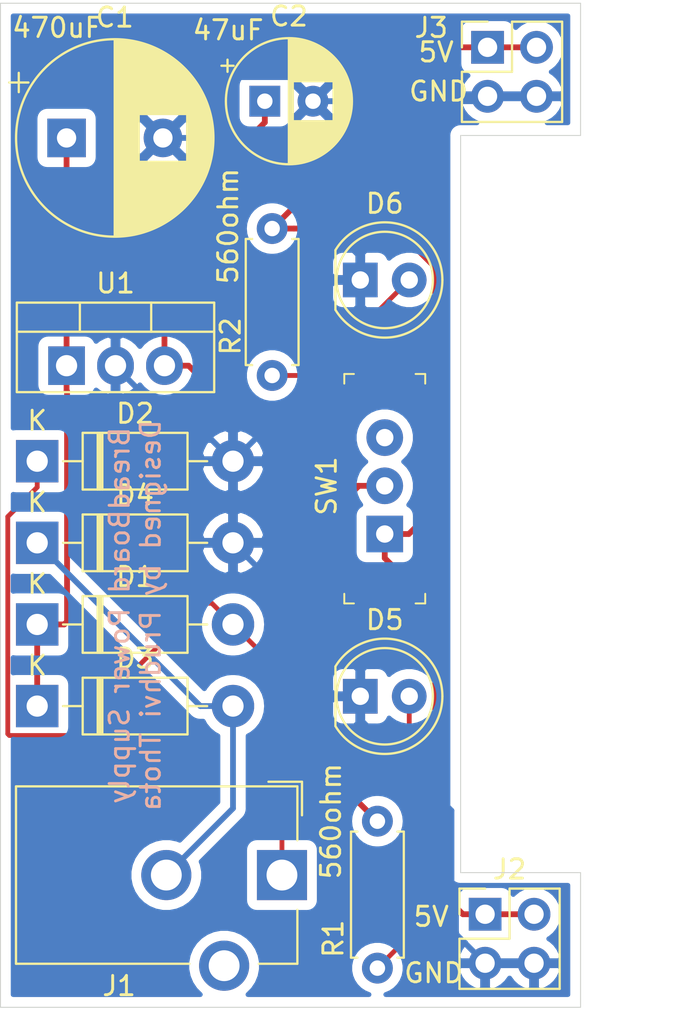
<source format=kicad_pcb>
(kicad_pcb (version 20171130) (host pcbnew "(5.1.4)-1")

  (general
    (thickness 1.6)
    (drawings 17)
    (tracks 78)
    (zones 0)
    (modules 15)
    (nets 11)
  )

  (page A4)
  (title_block
    (title BreadBoardPowerSupply)
    (date 2019-09-07)
    (rev 1)
    (company "Designed by Prudhvi Thota")
  )

  (layers
    (0 F.Cu signal)
    (31 B.Cu signal)
    (32 B.Adhes user)
    (33 F.Adhes user)
    (34 B.Paste user)
    (35 F.Paste user)
    (36 B.SilkS user)
    (37 F.SilkS user)
    (38 B.Mask user)
    (39 F.Mask user)
    (40 Dwgs.User user)
    (41 Cmts.User user)
    (42 Eco1.User user)
    (43 Eco2.User user)
    (44 Edge.Cuts user)
    (45 Margin user)
    (46 B.CrtYd user)
    (47 F.CrtYd user)
    (48 B.Fab user)
    (49 F.Fab user)
  )

  (setup
    (last_trace_width 0.25)
    (user_trace_width 0.3)
    (trace_clearance 0.2)
    (zone_clearance 0.508)
    (zone_45_only no)
    (trace_min 0.2)
    (via_size 0.8)
    (via_drill 0.4)
    (via_min_size 0.4)
    (via_min_drill 0.3)
    (user_via 1 0.6)
    (uvia_size 0.3)
    (uvia_drill 0.1)
    (uvias_allowed no)
    (uvia_min_size 0.2)
    (uvia_min_drill 0.1)
    (edge_width 0.05)
    (segment_width 0.2)
    (pcb_text_width 0.3)
    (pcb_text_size 1.5 1.5)
    (mod_edge_width 0.12)
    (mod_text_size 1 1)
    (mod_text_width 0.15)
    (pad_size 1.524 1.524)
    (pad_drill 0.762)
    (pad_to_mask_clearance 0.051)
    (solder_mask_min_width 0.25)
    (aux_axis_origin 0 0)
    (visible_elements 7FFFFFFF)
    (pcbplotparams
      (layerselection 0x010fc_ffffffff)
      (usegerberextensions true)
      (usegerberattributes false)
      (usegerberadvancedattributes false)
      (creategerberjobfile false)
      (excludeedgelayer true)
      (linewidth 0.100000)
      (plotframeref false)
      (viasonmask false)
      (mode 1)
      (useauxorigin false)
      (hpglpennumber 1)
      (hpglpenspeed 20)
      (hpglpendiameter 15.000000)
      (psnegative false)
      (psa4output false)
      (plotreference true)
      (plotvalue true)
      (plotinvisibletext false)
      (padsonsilk false)
      (subtractmaskfromsilk false)
      (outputformat 1)
      (mirror false)
      (drillshape 0)
      (scaleselection 1)
      (outputdirectory "Gerber/"))
  )

  (net 0 "")
  (net 1 /Vin)
  (net 2 /GND)
  (net 3 /Vout1)
  (net 4 "Net-(D1-Pad2)")
  (net 5 "Net-(D3-Pad2)")
  (net 6 "Net-(D5-Pad2)")
  (net 7 "Net-(D6-Pad2)")
  (net 8 "Net-(J1-Pad3)")
  (net 9 /Vout2)
  (net 10 "Net-(SW1-Pad3)")

  (net_class Default "This is the default net class."
    (clearance 0.2)
    (trace_width 0.25)
    (via_dia 0.8)
    (via_drill 0.4)
    (uvia_dia 0.3)
    (uvia_drill 0.1)
    (add_net "Net-(D1-Pad2)")
    (add_net "Net-(D5-Pad2)")
    (add_net "Net-(D6-Pad2)")
    (add_net "Net-(J1-Pad3)")
    (add_net "Net-(SW1-Pad3)")
  )

  (net_class Power ""
    (clearance 0.3)
    (trace_width 0.3)
    (via_dia 1)
    (via_drill 0.5)
    (uvia_dia 0.3)
    (uvia_drill 0.1)
    (add_net /GND)
    (add_net /Vin)
    (add_net /Vout1)
    (add_net /Vout2)
    (add_net "Net-(D3-Pad2)")
  )

  (module Capacitor_THT:CP_Radial_D10.0mm_P5.00mm (layer F.Cu) (tedit 5AE50EF1) (tstamp 5D73F649)
    (at 130.302 56.642)
    (descr "CP, Radial series, Radial, pin pitch=5.00mm, , diameter=10mm, Electrolytic Capacitor")
    (tags "CP Radial series Radial pin pitch 5.00mm  diameter 10mm Electrolytic Capacitor")
    (path /5D73B279)
    (fp_text reference C1 (at 2.5 -6.25) (layer F.SilkS)
      (effects (font (size 1 1) (thickness 0.15)))
    )
    (fp_text value CP (at 2.5 6.25) (layer F.Fab)
      (effects (font (size 1 1) (thickness 0.15)))
    )
    (fp_circle (center 2.5 0) (end 7.5 0) (layer F.Fab) (width 0.1))
    (fp_circle (center 2.5 0) (end 7.62 0) (layer F.SilkS) (width 0.12))
    (fp_circle (center 2.5 0) (end 7.75 0) (layer F.CrtYd) (width 0.05))
    (fp_line (start -1.788861 -2.1875) (end -0.788861 -2.1875) (layer F.Fab) (width 0.1))
    (fp_line (start -1.288861 -2.6875) (end -1.288861 -1.6875) (layer F.Fab) (width 0.1))
    (fp_line (start 2.5 -5.08) (end 2.5 5.08) (layer F.SilkS) (width 0.12))
    (fp_line (start 2.54 -5.08) (end 2.54 5.08) (layer F.SilkS) (width 0.12))
    (fp_line (start 2.58 -5.08) (end 2.58 5.08) (layer F.SilkS) (width 0.12))
    (fp_line (start 2.62 -5.079) (end 2.62 5.079) (layer F.SilkS) (width 0.12))
    (fp_line (start 2.66 -5.078) (end 2.66 5.078) (layer F.SilkS) (width 0.12))
    (fp_line (start 2.7 -5.077) (end 2.7 5.077) (layer F.SilkS) (width 0.12))
    (fp_line (start 2.74 -5.075) (end 2.74 5.075) (layer F.SilkS) (width 0.12))
    (fp_line (start 2.78 -5.073) (end 2.78 5.073) (layer F.SilkS) (width 0.12))
    (fp_line (start 2.82 -5.07) (end 2.82 5.07) (layer F.SilkS) (width 0.12))
    (fp_line (start 2.86 -5.068) (end 2.86 5.068) (layer F.SilkS) (width 0.12))
    (fp_line (start 2.9 -5.065) (end 2.9 5.065) (layer F.SilkS) (width 0.12))
    (fp_line (start 2.94 -5.062) (end 2.94 5.062) (layer F.SilkS) (width 0.12))
    (fp_line (start 2.98 -5.058) (end 2.98 5.058) (layer F.SilkS) (width 0.12))
    (fp_line (start 3.02 -5.054) (end 3.02 5.054) (layer F.SilkS) (width 0.12))
    (fp_line (start 3.06 -5.05) (end 3.06 5.05) (layer F.SilkS) (width 0.12))
    (fp_line (start 3.1 -5.045) (end 3.1 5.045) (layer F.SilkS) (width 0.12))
    (fp_line (start 3.14 -5.04) (end 3.14 5.04) (layer F.SilkS) (width 0.12))
    (fp_line (start 3.18 -5.035) (end 3.18 5.035) (layer F.SilkS) (width 0.12))
    (fp_line (start 3.221 -5.03) (end 3.221 5.03) (layer F.SilkS) (width 0.12))
    (fp_line (start 3.261 -5.024) (end 3.261 5.024) (layer F.SilkS) (width 0.12))
    (fp_line (start 3.301 -5.018) (end 3.301 5.018) (layer F.SilkS) (width 0.12))
    (fp_line (start 3.341 -5.011) (end 3.341 5.011) (layer F.SilkS) (width 0.12))
    (fp_line (start 3.381 -5.004) (end 3.381 5.004) (layer F.SilkS) (width 0.12))
    (fp_line (start 3.421 -4.997) (end 3.421 4.997) (layer F.SilkS) (width 0.12))
    (fp_line (start 3.461 -4.99) (end 3.461 4.99) (layer F.SilkS) (width 0.12))
    (fp_line (start 3.501 -4.982) (end 3.501 4.982) (layer F.SilkS) (width 0.12))
    (fp_line (start 3.541 -4.974) (end 3.541 4.974) (layer F.SilkS) (width 0.12))
    (fp_line (start 3.581 -4.965) (end 3.581 4.965) (layer F.SilkS) (width 0.12))
    (fp_line (start 3.621 -4.956) (end 3.621 4.956) (layer F.SilkS) (width 0.12))
    (fp_line (start 3.661 -4.947) (end 3.661 4.947) (layer F.SilkS) (width 0.12))
    (fp_line (start 3.701 -4.938) (end 3.701 4.938) (layer F.SilkS) (width 0.12))
    (fp_line (start 3.741 -4.928) (end 3.741 4.928) (layer F.SilkS) (width 0.12))
    (fp_line (start 3.781 -4.918) (end 3.781 -1.241) (layer F.SilkS) (width 0.12))
    (fp_line (start 3.781 1.241) (end 3.781 4.918) (layer F.SilkS) (width 0.12))
    (fp_line (start 3.821 -4.907) (end 3.821 -1.241) (layer F.SilkS) (width 0.12))
    (fp_line (start 3.821 1.241) (end 3.821 4.907) (layer F.SilkS) (width 0.12))
    (fp_line (start 3.861 -4.897) (end 3.861 -1.241) (layer F.SilkS) (width 0.12))
    (fp_line (start 3.861 1.241) (end 3.861 4.897) (layer F.SilkS) (width 0.12))
    (fp_line (start 3.901 -4.885) (end 3.901 -1.241) (layer F.SilkS) (width 0.12))
    (fp_line (start 3.901 1.241) (end 3.901 4.885) (layer F.SilkS) (width 0.12))
    (fp_line (start 3.941 -4.874) (end 3.941 -1.241) (layer F.SilkS) (width 0.12))
    (fp_line (start 3.941 1.241) (end 3.941 4.874) (layer F.SilkS) (width 0.12))
    (fp_line (start 3.981 -4.862) (end 3.981 -1.241) (layer F.SilkS) (width 0.12))
    (fp_line (start 3.981 1.241) (end 3.981 4.862) (layer F.SilkS) (width 0.12))
    (fp_line (start 4.021 -4.85) (end 4.021 -1.241) (layer F.SilkS) (width 0.12))
    (fp_line (start 4.021 1.241) (end 4.021 4.85) (layer F.SilkS) (width 0.12))
    (fp_line (start 4.061 -4.837) (end 4.061 -1.241) (layer F.SilkS) (width 0.12))
    (fp_line (start 4.061 1.241) (end 4.061 4.837) (layer F.SilkS) (width 0.12))
    (fp_line (start 4.101 -4.824) (end 4.101 -1.241) (layer F.SilkS) (width 0.12))
    (fp_line (start 4.101 1.241) (end 4.101 4.824) (layer F.SilkS) (width 0.12))
    (fp_line (start 4.141 -4.811) (end 4.141 -1.241) (layer F.SilkS) (width 0.12))
    (fp_line (start 4.141 1.241) (end 4.141 4.811) (layer F.SilkS) (width 0.12))
    (fp_line (start 4.181 -4.797) (end 4.181 -1.241) (layer F.SilkS) (width 0.12))
    (fp_line (start 4.181 1.241) (end 4.181 4.797) (layer F.SilkS) (width 0.12))
    (fp_line (start 4.221 -4.783) (end 4.221 -1.241) (layer F.SilkS) (width 0.12))
    (fp_line (start 4.221 1.241) (end 4.221 4.783) (layer F.SilkS) (width 0.12))
    (fp_line (start 4.261 -4.768) (end 4.261 -1.241) (layer F.SilkS) (width 0.12))
    (fp_line (start 4.261 1.241) (end 4.261 4.768) (layer F.SilkS) (width 0.12))
    (fp_line (start 4.301 -4.754) (end 4.301 -1.241) (layer F.SilkS) (width 0.12))
    (fp_line (start 4.301 1.241) (end 4.301 4.754) (layer F.SilkS) (width 0.12))
    (fp_line (start 4.341 -4.738) (end 4.341 -1.241) (layer F.SilkS) (width 0.12))
    (fp_line (start 4.341 1.241) (end 4.341 4.738) (layer F.SilkS) (width 0.12))
    (fp_line (start 4.381 -4.723) (end 4.381 -1.241) (layer F.SilkS) (width 0.12))
    (fp_line (start 4.381 1.241) (end 4.381 4.723) (layer F.SilkS) (width 0.12))
    (fp_line (start 4.421 -4.707) (end 4.421 -1.241) (layer F.SilkS) (width 0.12))
    (fp_line (start 4.421 1.241) (end 4.421 4.707) (layer F.SilkS) (width 0.12))
    (fp_line (start 4.461 -4.69) (end 4.461 -1.241) (layer F.SilkS) (width 0.12))
    (fp_line (start 4.461 1.241) (end 4.461 4.69) (layer F.SilkS) (width 0.12))
    (fp_line (start 4.501 -4.674) (end 4.501 -1.241) (layer F.SilkS) (width 0.12))
    (fp_line (start 4.501 1.241) (end 4.501 4.674) (layer F.SilkS) (width 0.12))
    (fp_line (start 4.541 -4.657) (end 4.541 -1.241) (layer F.SilkS) (width 0.12))
    (fp_line (start 4.541 1.241) (end 4.541 4.657) (layer F.SilkS) (width 0.12))
    (fp_line (start 4.581 -4.639) (end 4.581 -1.241) (layer F.SilkS) (width 0.12))
    (fp_line (start 4.581 1.241) (end 4.581 4.639) (layer F.SilkS) (width 0.12))
    (fp_line (start 4.621 -4.621) (end 4.621 -1.241) (layer F.SilkS) (width 0.12))
    (fp_line (start 4.621 1.241) (end 4.621 4.621) (layer F.SilkS) (width 0.12))
    (fp_line (start 4.661 -4.603) (end 4.661 -1.241) (layer F.SilkS) (width 0.12))
    (fp_line (start 4.661 1.241) (end 4.661 4.603) (layer F.SilkS) (width 0.12))
    (fp_line (start 4.701 -4.584) (end 4.701 -1.241) (layer F.SilkS) (width 0.12))
    (fp_line (start 4.701 1.241) (end 4.701 4.584) (layer F.SilkS) (width 0.12))
    (fp_line (start 4.741 -4.564) (end 4.741 -1.241) (layer F.SilkS) (width 0.12))
    (fp_line (start 4.741 1.241) (end 4.741 4.564) (layer F.SilkS) (width 0.12))
    (fp_line (start 4.781 -4.545) (end 4.781 -1.241) (layer F.SilkS) (width 0.12))
    (fp_line (start 4.781 1.241) (end 4.781 4.545) (layer F.SilkS) (width 0.12))
    (fp_line (start 4.821 -4.525) (end 4.821 -1.241) (layer F.SilkS) (width 0.12))
    (fp_line (start 4.821 1.241) (end 4.821 4.525) (layer F.SilkS) (width 0.12))
    (fp_line (start 4.861 -4.504) (end 4.861 -1.241) (layer F.SilkS) (width 0.12))
    (fp_line (start 4.861 1.241) (end 4.861 4.504) (layer F.SilkS) (width 0.12))
    (fp_line (start 4.901 -4.483) (end 4.901 -1.241) (layer F.SilkS) (width 0.12))
    (fp_line (start 4.901 1.241) (end 4.901 4.483) (layer F.SilkS) (width 0.12))
    (fp_line (start 4.941 -4.462) (end 4.941 -1.241) (layer F.SilkS) (width 0.12))
    (fp_line (start 4.941 1.241) (end 4.941 4.462) (layer F.SilkS) (width 0.12))
    (fp_line (start 4.981 -4.44) (end 4.981 -1.241) (layer F.SilkS) (width 0.12))
    (fp_line (start 4.981 1.241) (end 4.981 4.44) (layer F.SilkS) (width 0.12))
    (fp_line (start 5.021 -4.417) (end 5.021 -1.241) (layer F.SilkS) (width 0.12))
    (fp_line (start 5.021 1.241) (end 5.021 4.417) (layer F.SilkS) (width 0.12))
    (fp_line (start 5.061 -4.395) (end 5.061 -1.241) (layer F.SilkS) (width 0.12))
    (fp_line (start 5.061 1.241) (end 5.061 4.395) (layer F.SilkS) (width 0.12))
    (fp_line (start 5.101 -4.371) (end 5.101 -1.241) (layer F.SilkS) (width 0.12))
    (fp_line (start 5.101 1.241) (end 5.101 4.371) (layer F.SilkS) (width 0.12))
    (fp_line (start 5.141 -4.347) (end 5.141 -1.241) (layer F.SilkS) (width 0.12))
    (fp_line (start 5.141 1.241) (end 5.141 4.347) (layer F.SilkS) (width 0.12))
    (fp_line (start 5.181 -4.323) (end 5.181 -1.241) (layer F.SilkS) (width 0.12))
    (fp_line (start 5.181 1.241) (end 5.181 4.323) (layer F.SilkS) (width 0.12))
    (fp_line (start 5.221 -4.298) (end 5.221 -1.241) (layer F.SilkS) (width 0.12))
    (fp_line (start 5.221 1.241) (end 5.221 4.298) (layer F.SilkS) (width 0.12))
    (fp_line (start 5.261 -4.273) (end 5.261 -1.241) (layer F.SilkS) (width 0.12))
    (fp_line (start 5.261 1.241) (end 5.261 4.273) (layer F.SilkS) (width 0.12))
    (fp_line (start 5.301 -4.247) (end 5.301 -1.241) (layer F.SilkS) (width 0.12))
    (fp_line (start 5.301 1.241) (end 5.301 4.247) (layer F.SilkS) (width 0.12))
    (fp_line (start 5.341 -4.221) (end 5.341 -1.241) (layer F.SilkS) (width 0.12))
    (fp_line (start 5.341 1.241) (end 5.341 4.221) (layer F.SilkS) (width 0.12))
    (fp_line (start 5.381 -4.194) (end 5.381 -1.241) (layer F.SilkS) (width 0.12))
    (fp_line (start 5.381 1.241) (end 5.381 4.194) (layer F.SilkS) (width 0.12))
    (fp_line (start 5.421 -4.166) (end 5.421 -1.241) (layer F.SilkS) (width 0.12))
    (fp_line (start 5.421 1.241) (end 5.421 4.166) (layer F.SilkS) (width 0.12))
    (fp_line (start 5.461 -4.138) (end 5.461 -1.241) (layer F.SilkS) (width 0.12))
    (fp_line (start 5.461 1.241) (end 5.461 4.138) (layer F.SilkS) (width 0.12))
    (fp_line (start 5.501 -4.11) (end 5.501 -1.241) (layer F.SilkS) (width 0.12))
    (fp_line (start 5.501 1.241) (end 5.501 4.11) (layer F.SilkS) (width 0.12))
    (fp_line (start 5.541 -4.08) (end 5.541 -1.241) (layer F.SilkS) (width 0.12))
    (fp_line (start 5.541 1.241) (end 5.541 4.08) (layer F.SilkS) (width 0.12))
    (fp_line (start 5.581 -4.05) (end 5.581 -1.241) (layer F.SilkS) (width 0.12))
    (fp_line (start 5.581 1.241) (end 5.581 4.05) (layer F.SilkS) (width 0.12))
    (fp_line (start 5.621 -4.02) (end 5.621 -1.241) (layer F.SilkS) (width 0.12))
    (fp_line (start 5.621 1.241) (end 5.621 4.02) (layer F.SilkS) (width 0.12))
    (fp_line (start 5.661 -3.989) (end 5.661 -1.241) (layer F.SilkS) (width 0.12))
    (fp_line (start 5.661 1.241) (end 5.661 3.989) (layer F.SilkS) (width 0.12))
    (fp_line (start 5.701 -3.957) (end 5.701 -1.241) (layer F.SilkS) (width 0.12))
    (fp_line (start 5.701 1.241) (end 5.701 3.957) (layer F.SilkS) (width 0.12))
    (fp_line (start 5.741 -3.925) (end 5.741 -1.241) (layer F.SilkS) (width 0.12))
    (fp_line (start 5.741 1.241) (end 5.741 3.925) (layer F.SilkS) (width 0.12))
    (fp_line (start 5.781 -3.892) (end 5.781 -1.241) (layer F.SilkS) (width 0.12))
    (fp_line (start 5.781 1.241) (end 5.781 3.892) (layer F.SilkS) (width 0.12))
    (fp_line (start 5.821 -3.858) (end 5.821 -1.241) (layer F.SilkS) (width 0.12))
    (fp_line (start 5.821 1.241) (end 5.821 3.858) (layer F.SilkS) (width 0.12))
    (fp_line (start 5.861 -3.824) (end 5.861 -1.241) (layer F.SilkS) (width 0.12))
    (fp_line (start 5.861 1.241) (end 5.861 3.824) (layer F.SilkS) (width 0.12))
    (fp_line (start 5.901 -3.789) (end 5.901 -1.241) (layer F.SilkS) (width 0.12))
    (fp_line (start 5.901 1.241) (end 5.901 3.789) (layer F.SilkS) (width 0.12))
    (fp_line (start 5.941 -3.753) (end 5.941 -1.241) (layer F.SilkS) (width 0.12))
    (fp_line (start 5.941 1.241) (end 5.941 3.753) (layer F.SilkS) (width 0.12))
    (fp_line (start 5.981 -3.716) (end 5.981 -1.241) (layer F.SilkS) (width 0.12))
    (fp_line (start 5.981 1.241) (end 5.981 3.716) (layer F.SilkS) (width 0.12))
    (fp_line (start 6.021 -3.679) (end 6.021 -1.241) (layer F.SilkS) (width 0.12))
    (fp_line (start 6.021 1.241) (end 6.021 3.679) (layer F.SilkS) (width 0.12))
    (fp_line (start 6.061 -3.64) (end 6.061 -1.241) (layer F.SilkS) (width 0.12))
    (fp_line (start 6.061 1.241) (end 6.061 3.64) (layer F.SilkS) (width 0.12))
    (fp_line (start 6.101 -3.601) (end 6.101 -1.241) (layer F.SilkS) (width 0.12))
    (fp_line (start 6.101 1.241) (end 6.101 3.601) (layer F.SilkS) (width 0.12))
    (fp_line (start 6.141 -3.561) (end 6.141 -1.241) (layer F.SilkS) (width 0.12))
    (fp_line (start 6.141 1.241) (end 6.141 3.561) (layer F.SilkS) (width 0.12))
    (fp_line (start 6.181 -3.52) (end 6.181 -1.241) (layer F.SilkS) (width 0.12))
    (fp_line (start 6.181 1.241) (end 6.181 3.52) (layer F.SilkS) (width 0.12))
    (fp_line (start 6.221 -3.478) (end 6.221 -1.241) (layer F.SilkS) (width 0.12))
    (fp_line (start 6.221 1.241) (end 6.221 3.478) (layer F.SilkS) (width 0.12))
    (fp_line (start 6.261 -3.436) (end 6.261 3.436) (layer F.SilkS) (width 0.12))
    (fp_line (start 6.301 -3.392) (end 6.301 3.392) (layer F.SilkS) (width 0.12))
    (fp_line (start 6.341 -3.347) (end 6.341 3.347) (layer F.SilkS) (width 0.12))
    (fp_line (start 6.381 -3.301) (end 6.381 3.301) (layer F.SilkS) (width 0.12))
    (fp_line (start 6.421 -3.254) (end 6.421 3.254) (layer F.SilkS) (width 0.12))
    (fp_line (start 6.461 -3.206) (end 6.461 3.206) (layer F.SilkS) (width 0.12))
    (fp_line (start 6.501 -3.156) (end 6.501 3.156) (layer F.SilkS) (width 0.12))
    (fp_line (start 6.541 -3.106) (end 6.541 3.106) (layer F.SilkS) (width 0.12))
    (fp_line (start 6.581 -3.054) (end 6.581 3.054) (layer F.SilkS) (width 0.12))
    (fp_line (start 6.621 -3) (end 6.621 3) (layer F.SilkS) (width 0.12))
    (fp_line (start 6.661 -2.945) (end 6.661 2.945) (layer F.SilkS) (width 0.12))
    (fp_line (start 6.701 -2.889) (end 6.701 2.889) (layer F.SilkS) (width 0.12))
    (fp_line (start 6.741 -2.83) (end 6.741 2.83) (layer F.SilkS) (width 0.12))
    (fp_line (start 6.781 -2.77) (end 6.781 2.77) (layer F.SilkS) (width 0.12))
    (fp_line (start 6.821 -2.709) (end 6.821 2.709) (layer F.SilkS) (width 0.12))
    (fp_line (start 6.861 -2.645) (end 6.861 2.645) (layer F.SilkS) (width 0.12))
    (fp_line (start 6.901 -2.579) (end 6.901 2.579) (layer F.SilkS) (width 0.12))
    (fp_line (start 6.941 -2.51) (end 6.941 2.51) (layer F.SilkS) (width 0.12))
    (fp_line (start 6.981 -2.439) (end 6.981 2.439) (layer F.SilkS) (width 0.12))
    (fp_line (start 7.021 -2.365) (end 7.021 2.365) (layer F.SilkS) (width 0.12))
    (fp_line (start 7.061 -2.289) (end 7.061 2.289) (layer F.SilkS) (width 0.12))
    (fp_line (start 7.101 -2.209) (end 7.101 2.209) (layer F.SilkS) (width 0.12))
    (fp_line (start 7.141 -2.125) (end 7.141 2.125) (layer F.SilkS) (width 0.12))
    (fp_line (start 7.181 -2.037) (end 7.181 2.037) (layer F.SilkS) (width 0.12))
    (fp_line (start 7.221 -1.944) (end 7.221 1.944) (layer F.SilkS) (width 0.12))
    (fp_line (start 7.261 -1.846) (end 7.261 1.846) (layer F.SilkS) (width 0.12))
    (fp_line (start 7.301 -1.742) (end 7.301 1.742) (layer F.SilkS) (width 0.12))
    (fp_line (start 7.341 -1.63) (end 7.341 1.63) (layer F.SilkS) (width 0.12))
    (fp_line (start 7.381 -1.51) (end 7.381 1.51) (layer F.SilkS) (width 0.12))
    (fp_line (start 7.421 -1.378) (end 7.421 1.378) (layer F.SilkS) (width 0.12))
    (fp_line (start 7.461 -1.23) (end 7.461 1.23) (layer F.SilkS) (width 0.12))
    (fp_line (start 7.501 -1.062) (end 7.501 1.062) (layer F.SilkS) (width 0.12))
    (fp_line (start 7.541 -0.862) (end 7.541 0.862) (layer F.SilkS) (width 0.12))
    (fp_line (start 7.581 -0.599) (end 7.581 0.599) (layer F.SilkS) (width 0.12))
    (fp_line (start -2.979646 -2.875) (end -1.979646 -2.875) (layer F.SilkS) (width 0.12))
    (fp_line (start -2.479646 -3.375) (end -2.479646 -2.375) (layer F.SilkS) (width 0.12))
    (fp_text user %R (at 2.5 0) (layer F.Fab)
      (effects (font (size 1 1) (thickness 0.15)))
    )
    (pad 1 thru_hole rect (at 0 0) (size 2 2) (drill 1) (layers *.Cu *.Mask)
      (net 1 /Vin))
    (pad 2 thru_hole circle (at 5 0) (size 2 2) (drill 1) (layers *.Cu *.Mask)
      (net 2 /GND))
    (model ${KISYS3DMOD}/Capacitor_THT.3dshapes/CP_Radial_D10.0mm_P5.00mm.wrl
      (at (xyz 0 0 0))
      (scale (xyz 1 1 1))
      (rotate (xyz 0 0 0))
    )
  )

  (module Capacitor_THT:CP_Radial_D6.3mm_P2.50mm (layer F.Cu) (tedit 5AE50EF0) (tstamp 5D73F6DD)
    (at 140.589 54.737)
    (descr "CP, Radial series, Radial, pin pitch=2.50mm, , diameter=6.3mm, Electrolytic Capacitor")
    (tags "CP Radial series Radial pin pitch 2.50mm  diameter 6.3mm Electrolytic Capacitor")
    (path /5D73A437)
    (fp_text reference C2 (at 1.25 -4.4) (layer F.SilkS)
      (effects (font (size 1 1) (thickness 0.15)))
    )
    (fp_text value CP (at 1.25 4.4) (layer F.Fab)
      (effects (font (size 1 1) (thickness 0.15)))
    )
    (fp_circle (center 1.25 0) (end 4.4 0) (layer F.Fab) (width 0.1))
    (fp_circle (center 1.25 0) (end 4.52 0) (layer F.SilkS) (width 0.12))
    (fp_circle (center 1.25 0) (end 4.65 0) (layer F.CrtYd) (width 0.05))
    (fp_line (start -1.443972 -1.3735) (end -0.813972 -1.3735) (layer F.Fab) (width 0.1))
    (fp_line (start -1.128972 -1.6885) (end -1.128972 -1.0585) (layer F.Fab) (width 0.1))
    (fp_line (start 1.25 -3.23) (end 1.25 3.23) (layer F.SilkS) (width 0.12))
    (fp_line (start 1.29 -3.23) (end 1.29 3.23) (layer F.SilkS) (width 0.12))
    (fp_line (start 1.33 -3.23) (end 1.33 3.23) (layer F.SilkS) (width 0.12))
    (fp_line (start 1.37 -3.228) (end 1.37 3.228) (layer F.SilkS) (width 0.12))
    (fp_line (start 1.41 -3.227) (end 1.41 3.227) (layer F.SilkS) (width 0.12))
    (fp_line (start 1.45 -3.224) (end 1.45 3.224) (layer F.SilkS) (width 0.12))
    (fp_line (start 1.49 -3.222) (end 1.49 -1.04) (layer F.SilkS) (width 0.12))
    (fp_line (start 1.49 1.04) (end 1.49 3.222) (layer F.SilkS) (width 0.12))
    (fp_line (start 1.53 -3.218) (end 1.53 -1.04) (layer F.SilkS) (width 0.12))
    (fp_line (start 1.53 1.04) (end 1.53 3.218) (layer F.SilkS) (width 0.12))
    (fp_line (start 1.57 -3.215) (end 1.57 -1.04) (layer F.SilkS) (width 0.12))
    (fp_line (start 1.57 1.04) (end 1.57 3.215) (layer F.SilkS) (width 0.12))
    (fp_line (start 1.61 -3.211) (end 1.61 -1.04) (layer F.SilkS) (width 0.12))
    (fp_line (start 1.61 1.04) (end 1.61 3.211) (layer F.SilkS) (width 0.12))
    (fp_line (start 1.65 -3.206) (end 1.65 -1.04) (layer F.SilkS) (width 0.12))
    (fp_line (start 1.65 1.04) (end 1.65 3.206) (layer F.SilkS) (width 0.12))
    (fp_line (start 1.69 -3.201) (end 1.69 -1.04) (layer F.SilkS) (width 0.12))
    (fp_line (start 1.69 1.04) (end 1.69 3.201) (layer F.SilkS) (width 0.12))
    (fp_line (start 1.73 -3.195) (end 1.73 -1.04) (layer F.SilkS) (width 0.12))
    (fp_line (start 1.73 1.04) (end 1.73 3.195) (layer F.SilkS) (width 0.12))
    (fp_line (start 1.77 -3.189) (end 1.77 -1.04) (layer F.SilkS) (width 0.12))
    (fp_line (start 1.77 1.04) (end 1.77 3.189) (layer F.SilkS) (width 0.12))
    (fp_line (start 1.81 -3.182) (end 1.81 -1.04) (layer F.SilkS) (width 0.12))
    (fp_line (start 1.81 1.04) (end 1.81 3.182) (layer F.SilkS) (width 0.12))
    (fp_line (start 1.85 -3.175) (end 1.85 -1.04) (layer F.SilkS) (width 0.12))
    (fp_line (start 1.85 1.04) (end 1.85 3.175) (layer F.SilkS) (width 0.12))
    (fp_line (start 1.89 -3.167) (end 1.89 -1.04) (layer F.SilkS) (width 0.12))
    (fp_line (start 1.89 1.04) (end 1.89 3.167) (layer F.SilkS) (width 0.12))
    (fp_line (start 1.93 -3.159) (end 1.93 -1.04) (layer F.SilkS) (width 0.12))
    (fp_line (start 1.93 1.04) (end 1.93 3.159) (layer F.SilkS) (width 0.12))
    (fp_line (start 1.971 -3.15) (end 1.971 -1.04) (layer F.SilkS) (width 0.12))
    (fp_line (start 1.971 1.04) (end 1.971 3.15) (layer F.SilkS) (width 0.12))
    (fp_line (start 2.011 -3.141) (end 2.011 -1.04) (layer F.SilkS) (width 0.12))
    (fp_line (start 2.011 1.04) (end 2.011 3.141) (layer F.SilkS) (width 0.12))
    (fp_line (start 2.051 -3.131) (end 2.051 -1.04) (layer F.SilkS) (width 0.12))
    (fp_line (start 2.051 1.04) (end 2.051 3.131) (layer F.SilkS) (width 0.12))
    (fp_line (start 2.091 -3.121) (end 2.091 -1.04) (layer F.SilkS) (width 0.12))
    (fp_line (start 2.091 1.04) (end 2.091 3.121) (layer F.SilkS) (width 0.12))
    (fp_line (start 2.131 -3.11) (end 2.131 -1.04) (layer F.SilkS) (width 0.12))
    (fp_line (start 2.131 1.04) (end 2.131 3.11) (layer F.SilkS) (width 0.12))
    (fp_line (start 2.171 -3.098) (end 2.171 -1.04) (layer F.SilkS) (width 0.12))
    (fp_line (start 2.171 1.04) (end 2.171 3.098) (layer F.SilkS) (width 0.12))
    (fp_line (start 2.211 -3.086) (end 2.211 -1.04) (layer F.SilkS) (width 0.12))
    (fp_line (start 2.211 1.04) (end 2.211 3.086) (layer F.SilkS) (width 0.12))
    (fp_line (start 2.251 -3.074) (end 2.251 -1.04) (layer F.SilkS) (width 0.12))
    (fp_line (start 2.251 1.04) (end 2.251 3.074) (layer F.SilkS) (width 0.12))
    (fp_line (start 2.291 -3.061) (end 2.291 -1.04) (layer F.SilkS) (width 0.12))
    (fp_line (start 2.291 1.04) (end 2.291 3.061) (layer F.SilkS) (width 0.12))
    (fp_line (start 2.331 -3.047) (end 2.331 -1.04) (layer F.SilkS) (width 0.12))
    (fp_line (start 2.331 1.04) (end 2.331 3.047) (layer F.SilkS) (width 0.12))
    (fp_line (start 2.371 -3.033) (end 2.371 -1.04) (layer F.SilkS) (width 0.12))
    (fp_line (start 2.371 1.04) (end 2.371 3.033) (layer F.SilkS) (width 0.12))
    (fp_line (start 2.411 -3.018) (end 2.411 -1.04) (layer F.SilkS) (width 0.12))
    (fp_line (start 2.411 1.04) (end 2.411 3.018) (layer F.SilkS) (width 0.12))
    (fp_line (start 2.451 -3.002) (end 2.451 -1.04) (layer F.SilkS) (width 0.12))
    (fp_line (start 2.451 1.04) (end 2.451 3.002) (layer F.SilkS) (width 0.12))
    (fp_line (start 2.491 -2.986) (end 2.491 -1.04) (layer F.SilkS) (width 0.12))
    (fp_line (start 2.491 1.04) (end 2.491 2.986) (layer F.SilkS) (width 0.12))
    (fp_line (start 2.531 -2.97) (end 2.531 -1.04) (layer F.SilkS) (width 0.12))
    (fp_line (start 2.531 1.04) (end 2.531 2.97) (layer F.SilkS) (width 0.12))
    (fp_line (start 2.571 -2.952) (end 2.571 -1.04) (layer F.SilkS) (width 0.12))
    (fp_line (start 2.571 1.04) (end 2.571 2.952) (layer F.SilkS) (width 0.12))
    (fp_line (start 2.611 -2.934) (end 2.611 -1.04) (layer F.SilkS) (width 0.12))
    (fp_line (start 2.611 1.04) (end 2.611 2.934) (layer F.SilkS) (width 0.12))
    (fp_line (start 2.651 -2.916) (end 2.651 -1.04) (layer F.SilkS) (width 0.12))
    (fp_line (start 2.651 1.04) (end 2.651 2.916) (layer F.SilkS) (width 0.12))
    (fp_line (start 2.691 -2.896) (end 2.691 -1.04) (layer F.SilkS) (width 0.12))
    (fp_line (start 2.691 1.04) (end 2.691 2.896) (layer F.SilkS) (width 0.12))
    (fp_line (start 2.731 -2.876) (end 2.731 -1.04) (layer F.SilkS) (width 0.12))
    (fp_line (start 2.731 1.04) (end 2.731 2.876) (layer F.SilkS) (width 0.12))
    (fp_line (start 2.771 -2.856) (end 2.771 -1.04) (layer F.SilkS) (width 0.12))
    (fp_line (start 2.771 1.04) (end 2.771 2.856) (layer F.SilkS) (width 0.12))
    (fp_line (start 2.811 -2.834) (end 2.811 -1.04) (layer F.SilkS) (width 0.12))
    (fp_line (start 2.811 1.04) (end 2.811 2.834) (layer F.SilkS) (width 0.12))
    (fp_line (start 2.851 -2.812) (end 2.851 -1.04) (layer F.SilkS) (width 0.12))
    (fp_line (start 2.851 1.04) (end 2.851 2.812) (layer F.SilkS) (width 0.12))
    (fp_line (start 2.891 -2.79) (end 2.891 -1.04) (layer F.SilkS) (width 0.12))
    (fp_line (start 2.891 1.04) (end 2.891 2.79) (layer F.SilkS) (width 0.12))
    (fp_line (start 2.931 -2.766) (end 2.931 -1.04) (layer F.SilkS) (width 0.12))
    (fp_line (start 2.931 1.04) (end 2.931 2.766) (layer F.SilkS) (width 0.12))
    (fp_line (start 2.971 -2.742) (end 2.971 -1.04) (layer F.SilkS) (width 0.12))
    (fp_line (start 2.971 1.04) (end 2.971 2.742) (layer F.SilkS) (width 0.12))
    (fp_line (start 3.011 -2.716) (end 3.011 -1.04) (layer F.SilkS) (width 0.12))
    (fp_line (start 3.011 1.04) (end 3.011 2.716) (layer F.SilkS) (width 0.12))
    (fp_line (start 3.051 -2.69) (end 3.051 -1.04) (layer F.SilkS) (width 0.12))
    (fp_line (start 3.051 1.04) (end 3.051 2.69) (layer F.SilkS) (width 0.12))
    (fp_line (start 3.091 -2.664) (end 3.091 -1.04) (layer F.SilkS) (width 0.12))
    (fp_line (start 3.091 1.04) (end 3.091 2.664) (layer F.SilkS) (width 0.12))
    (fp_line (start 3.131 -2.636) (end 3.131 -1.04) (layer F.SilkS) (width 0.12))
    (fp_line (start 3.131 1.04) (end 3.131 2.636) (layer F.SilkS) (width 0.12))
    (fp_line (start 3.171 -2.607) (end 3.171 -1.04) (layer F.SilkS) (width 0.12))
    (fp_line (start 3.171 1.04) (end 3.171 2.607) (layer F.SilkS) (width 0.12))
    (fp_line (start 3.211 -2.578) (end 3.211 -1.04) (layer F.SilkS) (width 0.12))
    (fp_line (start 3.211 1.04) (end 3.211 2.578) (layer F.SilkS) (width 0.12))
    (fp_line (start 3.251 -2.548) (end 3.251 -1.04) (layer F.SilkS) (width 0.12))
    (fp_line (start 3.251 1.04) (end 3.251 2.548) (layer F.SilkS) (width 0.12))
    (fp_line (start 3.291 -2.516) (end 3.291 -1.04) (layer F.SilkS) (width 0.12))
    (fp_line (start 3.291 1.04) (end 3.291 2.516) (layer F.SilkS) (width 0.12))
    (fp_line (start 3.331 -2.484) (end 3.331 -1.04) (layer F.SilkS) (width 0.12))
    (fp_line (start 3.331 1.04) (end 3.331 2.484) (layer F.SilkS) (width 0.12))
    (fp_line (start 3.371 -2.45) (end 3.371 -1.04) (layer F.SilkS) (width 0.12))
    (fp_line (start 3.371 1.04) (end 3.371 2.45) (layer F.SilkS) (width 0.12))
    (fp_line (start 3.411 -2.416) (end 3.411 -1.04) (layer F.SilkS) (width 0.12))
    (fp_line (start 3.411 1.04) (end 3.411 2.416) (layer F.SilkS) (width 0.12))
    (fp_line (start 3.451 -2.38) (end 3.451 -1.04) (layer F.SilkS) (width 0.12))
    (fp_line (start 3.451 1.04) (end 3.451 2.38) (layer F.SilkS) (width 0.12))
    (fp_line (start 3.491 -2.343) (end 3.491 -1.04) (layer F.SilkS) (width 0.12))
    (fp_line (start 3.491 1.04) (end 3.491 2.343) (layer F.SilkS) (width 0.12))
    (fp_line (start 3.531 -2.305) (end 3.531 -1.04) (layer F.SilkS) (width 0.12))
    (fp_line (start 3.531 1.04) (end 3.531 2.305) (layer F.SilkS) (width 0.12))
    (fp_line (start 3.571 -2.265) (end 3.571 2.265) (layer F.SilkS) (width 0.12))
    (fp_line (start 3.611 -2.224) (end 3.611 2.224) (layer F.SilkS) (width 0.12))
    (fp_line (start 3.651 -2.182) (end 3.651 2.182) (layer F.SilkS) (width 0.12))
    (fp_line (start 3.691 -2.137) (end 3.691 2.137) (layer F.SilkS) (width 0.12))
    (fp_line (start 3.731 -2.092) (end 3.731 2.092) (layer F.SilkS) (width 0.12))
    (fp_line (start 3.771 -2.044) (end 3.771 2.044) (layer F.SilkS) (width 0.12))
    (fp_line (start 3.811 -1.995) (end 3.811 1.995) (layer F.SilkS) (width 0.12))
    (fp_line (start 3.851 -1.944) (end 3.851 1.944) (layer F.SilkS) (width 0.12))
    (fp_line (start 3.891 -1.89) (end 3.891 1.89) (layer F.SilkS) (width 0.12))
    (fp_line (start 3.931 -1.834) (end 3.931 1.834) (layer F.SilkS) (width 0.12))
    (fp_line (start 3.971 -1.776) (end 3.971 1.776) (layer F.SilkS) (width 0.12))
    (fp_line (start 4.011 -1.714) (end 4.011 1.714) (layer F.SilkS) (width 0.12))
    (fp_line (start 4.051 -1.65) (end 4.051 1.65) (layer F.SilkS) (width 0.12))
    (fp_line (start 4.091 -1.581) (end 4.091 1.581) (layer F.SilkS) (width 0.12))
    (fp_line (start 4.131 -1.509) (end 4.131 1.509) (layer F.SilkS) (width 0.12))
    (fp_line (start 4.171 -1.432) (end 4.171 1.432) (layer F.SilkS) (width 0.12))
    (fp_line (start 4.211 -1.35) (end 4.211 1.35) (layer F.SilkS) (width 0.12))
    (fp_line (start 4.251 -1.262) (end 4.251 1.262) (layer F.SilkS) (width 0.12))
    (fp_line (start 4.291 -1.165) (end 4.291 1.165) (layer F.SilkS) (width 0.12))
    (fp_line (start 4.331 -1.059) (end 4.331 1.059) (layer F.SilkS) (width 0.12))
    (fp_line (start 4.371 -0.94) (end 4.371 0.94) (layer F.SilkS) (width 0.12))
    (fp_line (start 4.411 -0.802) (end 4.411 0.802) (layer F.SilkS) (width 0.12))
    (fp_line (start 4.451 -0.633) (end 4.451 0.633) (layer F.SilkS) (width 0.12))
    (fp_line (start 4.491 -0.402) (end 4.491 0.402) (layer F.SilkS) (width 0.12))
    (fp_line (start -2.250241 -1.839) (end -1.620241 -1.839) (layer F.SilkS) (width 0.12))
    (fp_line (start -1.935241 -2.154) (end -1.935241 -1.524) (layer F.SilkS) (width 0.12))
    (fp_text user %R (at 1.25 0) (layer F.Fab)
      (effects (font (size 1 1) (thickness 0.15)))
    )
    (pad 1 thru_hole rect (at 0 0) (size 1.6 1.6) (drill 0.8) (layers *.Cu *.Mask)
      (net 3 /Vout1))
    (pad 2 thru_hole circle (at 2.5 0) (size 1.6 1.6) (drill 0.8) (layers *.Cu *.Mask)
      (net 2 /GND))
    (model ${KISYS3DMOD}/Capacitor_THT.3dshapes/CP_Radial_D6.3mm_P2.50mm.wrl
      (at (xyz 0 0 0))
      (scale (xyz 1 1 1))
      (rotate (xyz 0 0 0))
    )
  )

  (module Diode_THT:D_DO-41_SOD81_P10.16mm_Horizontal (layer F.Cu) (tedit 5AE50CD5) (tstamp 5D7435CE)
    (at 128.778 81.872666)
    (descr "Diode, DO-41_SOD81 series, Axial, Horizontal, pin pitch=10.16mm, , length*diameter=5.2*2.7mm^2, , http://www.diodes.com/_files/packages/DO-41%20(Plastic).pdf")
    (tags "Diode DO-41_SOD81 series Axial Horizontal pin pitch 10.16mm  length 5.2mm diameter 2.7mm")
    (path /5D737A45)
    (fp_text reference D1 (at 5.08 -2.47) (layer F.SilkS)
      (effects (font (size 1 1) (thickness 0.15)))
    )
    (fp_text value 1N4007 (at 5.08 2.47) (layer F.Fab)
      (effects (font (size 1 1) (thickness 0.15)))
    )
    (fp_line (start 2.48 -1.35) (end 2.48 1.35) (layer F.Fab) (width 0.1))
    (fp_line (start 2.48 1.35) (end 7.68 1.35) (layer F.Fab) (width 0.1))
    (fp_line (start 7.68 1.35) (end 7.68 -1.35) (layer F.Fab) (width 0.1))
    (fp_line (start 7.68 -1.35) (end 2.48 -1.35) (layer F.Fab) (width 0.1))
    (fp_line (start 0 0) (end 2.48 0) (layer F.Fab) (width 0.1))
    (fp_line (start 10.16 0) (end 7.68 0) (layer F.Fab) (width 0.1))
    (fp_line (start 3.26 -1.35) (end 3.26 1.35) (layer F.Fab) (width 0.1))
    (fp_line (start 3.36 -1.35) (end 3.36 1.35) (layer F.Fab) (width 0.1))
    (fp_line (start 3.16 -1.35) (end 3.16 1.35) (layer F.Fab) (width 0.1))
    (fp_line (start 2.36 -1.47) (end 2.36 1.47) (layer F.SilkS) (width 0.12))
    (fp_line (start 2.36 1.47) (end 7.8 1.47) (layer F.SilkS) (width 0.12))
    (fp_line (start 7.8 1.47) (end 7.8 -1.47) (layer F.SilkS) (width 0.12))
    (fp_line (start 7.8 -1.47) (end 2.36 -1.47) (layer F.SilkS) (width 0.12))
    (fp_line (start 1.34 0) (end 2.36 0) (layer F.SilkS) (width 0.12))
    (fp_line (start 8.82 0) (end 7.8 0) (layer F.SilkS) (width 0.12))
    (fp_line (start 3.26 -1.47) (end 3.26 1.47) (layer F.SilkS) (width 0.12))
    (fp_line (start 3.38 -1.47) (end 3.38 1.47) (layer F.SilkS) (width 0.12))
    (fp_line (start 3.14 -1.47) (end 3.14 1.47) (layer F.SilkS) (width 0.12))
    (fp_line (start -1.35 -1.6) (end -1.35 1.6) (layer F.CrtYd) (width 0.05))
    (fp_line (start -1.35 1.6) (end 11.51 1.6) (layer F.CrtYd) (width 0.05))
    (fp_line (start 11.51 1.6) (end 11.51 -1.6) (layer F.CrtYd) (width 0.05))
    (fp_line (start 11.51 -1.6) (end -1.35 -1.6) (layer F.CrtYd) (width 0.05))
    (fp_text user %R (at 5.47 0) (layer F.Fab)
      (effects (font (size 1 1) (thickness 0.15)))
    )
    (fp_text user K (at 0 -2.1) (layer F.Fab)
      (effects (font (size 1 1) (thickness 0.15)))
    )
    (fp_text user K (at 0 -2.1) (layer F.SilkS)
      (effects (font (size 1 1) (thickness 0.15)))
    )
    (pad 1 thru_hole rect (at 0 0) (size 2.2 2.2) (drill 1.1) (layers *.Cu *.Mask)
      (net 1 /Vin))
    (pad 2 thru_hole oval (at 10.16 0) (size 2.2 2.2) (drill 1.1) (layers *.Cu *.Mask)
      (net 4 "Net-(D1-Pad2)"))
    (model ${KISYS3DMOD}/Diode_THT.3dshapes/D_DO-41_SOD81_P10.16mm_Horizontal.wrl
      (at (xyz 0 0 0))
      (scale (xyz 1 1 1))
      (rotate (xyz 0 0 0))
    )
  )

  (module Diode_THT:D_DO-41_SOD81_P10.16mm_Horizontal (layer F.Cu) (tedit 5AE50CD5) (tstamp 5D74344D)
    (at 128.778 73.406)
    (descr "Diode, DO-41_SOD81 series, Axial, Horizontal, pin pitch=10.16mm, , length*diameter=5.2*2.7mm^2, , http://www.diodes.com/_files/packages/DO-41%20(Plastic).pdf")
    (tags "Diode DO-41_SOD81 series Axial Horizontal pin pitch 10.16mm  length 5.2mm diameter 2.7mm")
    (path /5D737507)
    (fp_text reference D2 (at 5.08 -2.47) (layer F.SilkS)
      (effects (font (size 1 1) (thickness 0.15)))
    )
    (fp_text value 1N4007 (at 5.08 2.47) (layer F.Fab)
      (effects (font (size 1 1) (thickness 0.15)))
    )
    (fp_text user K (at 0 -2.1) (layer F.SilkS)
      (effects (font (size 1 1) (thickness 0.15)))
    )
    (fp_text user K (at 0 -2.1) (layer F.Fab)
      (effects (font (size 1 1) (thickness 0.15)))
    )
    (fp_text user %R (at 5.47 0) (layer F.Fab)
      (effects (font (size 1 1) (thickness 0.15)))
    )
    (fp_line (start 11.51 -1.6) (end -1.35 -1.6) (layer F.CrtYd) (width 0.05))
    (fp_line (start 11.51 1.6) (end 11.51 -1.6) (layer F.CrtYd) (width 0.05))
    (fp_line (start -1.35 1.6) (end 11.51 1.6) (layer F.CrtYd) (width 0.05))
    (fp_line (start -1.35 -1.6) (end -1.35 1.6) (layer F.CrtYd) (width 0.05))
    (fp_line (start 3.14 -1.47) (end 3.14 1.47) (layer F.SilkS) (width 0.12))
    (fp_line (start 3.38 -1.47) (end 3.38 1.47) (layer F.SilkS) (width 0.12))
    (fp_line (start 3.26 -1.47) (end 3.26 1.47) (layer F.SilkS) (width 0.12))
    (fp_line (start 8.82 0) (end 7.8 0) (layer F.SilkS) (width 0.12))
    (fp_line (start 1.34 0) (end 2.36 0) (layer F.SilkS) (width 0.12))
    (fp_line (start 7.8 -1.47) (end 2.36 -1.47) (layer F.SilkS) (width 0.12))
    (fp_line (start 7.8 1.47) (end 7.8 -1.47) (layer F.SilkS) (width 0.12))
    (fp_line (start 2.36 1.47) (end 7.8 1.47) (layer F.SilkS) (width 0.12))
    (fp_line (start 2.36 -1.47) (end 2.36 1.47) (layer F.SilkS) (width 0.12))
    (fp_line (start 3.16 -1.35) (end 3.16 1.35) (layer F.Fab) (width 0.1))
    (fp_line (start 3.36 -1.35) (end 3.36 1.35) (layer F.Fab) (width 0.1))
    (fp_line (start 3.26 -1.35) (end 3.26 1.35) (layer F.Fab) (width 0.1))
    (fp_line (start 10.16 0) (end 7.68 0) (layer F.Fab) (width 0.1))
    (fp_line (start 0 0) (end 2.48 0) (layer F.Fab) (width 0.1))
    (fp_line (start 7.68 -1.35) (end 2.48 -1.35) (layer F.Fab) (width 0.1))
    (fp_line (start 7.68 1.35) (end 7.68 -1.35) (layer F.Fab) (width 0.1))
    (fp_line (start 2.48 1.35) (end 7.68 1.35) (layer F.Fab) (width 0.1))
    (fp_line (start 2.48 -1.35) (end 2.48 1.35) (layer F.Fab) (width 0.1))
    (pad 2 thru_hole oval (at 10.16 0) (size 2.2 2.2) (drill 1.1) (layers *.Cu *.Mask)
      (net 2 /GND))
    (pad 1 thru_hole rect (at 0 0) (size 2.2 2.2) (drill 1.1) (layers *.Cu *.Mask)
      (net 4 "Net-(D1-Pad2)"))
    (model ${KISYS3DMOD}/Diode_THT.3dshapes/D_DO-41_SOD81_P10.16mm_Horizontal.wrl
      (at (xyz 0 0 0))
      (scale (xyz 1 1 1))
      (rotate (xyz 0 0 0))
    )
  )

  (module Diode_THT:D_DO-41_SOD81_P10.16mm_Horizontal (layer F.Cu) (tedit 5AE50CD5) (tstamp 5D743574)
    (at 128.778 86.106)
    (descr "Diode, DO-41_SOD81 series, Axial, Horizontal, pin pitch=10.16mm, , length*diameter=5.2*2.7mm^2, , http://www.diodes.com/_files/packages/DO-41%20(Plastic).pdf")
    (tags "Diode DO-41_SOD81 series Axial Horizontal pin pitch 10.16mm  length 5.2mm diameter 2.7mm")
    (path /5D735628)
    (fp_text reference D3 (at 5.08 -2.47) (layer F.SilkS)
      (effects (font (size 1 1) (thickness 0.15)))
    )
    (fp_text value 1N4007 (at 5.08 2.47) (layer F.Fab)
      (effects (font (size 1 1) (thickness 0.15)))
    )
    (fp_line (start 2.48 -1.35) (end 2.48 1.35) (layer F.Fab) (width 0.1))
    (fp_line (start 2.48 1.35) (end 7.68 1.35) (layer F.Fab) (width 0.1))
    (fp_line (start 7.68 1.35) (end 7.68 -1.35) (layer F.Fab) (width 0.1))
    (fp_line (start 7.68 -1.35) (end 2.48 -1.35) (layer F.Fab) (width 0.1))
    (fp_line (start 0 0) (end 2.48 0) (layer F.Fab) (width 0.1))
    (fp_line (start 10.16 0) (end 7.68 0) (layer F.Fab) (width 0.1))
    (fp_line (start 3.26 -1.35) (end 3.26 1.35) (layer F.Fab) (width 0.1))
    (fp_line (start 3.36 -1.35) (end 3.36 1.35) (layer F.Fab) (width 0.1))
    (fp_line (start 3.16 -1.35) (end 3.16 1.35) (layer F.Fab) (width 0.1))
    (fp_line (start 2.36 -1.47) (end 2.36 1.47) (layer F.SilkS) (width 0.12))
    (fp_line (start 2.36 1.47) (end 7.8 1.47) (layer F.SilkS) (width 0.12))
    (fp_line (start 7.8 1.47) (end 7.8 -1.47) (layer F.SilkS) (width 0.12))
    (fp_line (start 7.8 -1.47) (end 2.36 -1.47) (layer F.SilkS) (width 0.12))
    (fp_line (start 1.34 0) (end 2.36 0) (layer F.SilkS) (width 0.12))
    (fp_line (start 8.82 0) (end 7.8 0) (layer F.SilkS) (width 0.12))
    (fp_line (start 3.26 -1.47) (end 3.26 1.47) (layer F.SilkS) (width 0.12))
    (fp_line (start 3.38 -1.47) (end 3.38 1.47) (layer F.SilkS) (width 0.12))
    (fp_line (start 3.14 -1.47) (end 3.14 1.47) (layer F.SilkS) (width 0.12))
    (fp_line (start -1.35 -1.6) (end -1.35 1.6) (layer F.CrtYd) (width 0.05))
    (fp_line (start -1.35 1.6) (end 11.51 1.6) (layer F.CrtYd) (width 0.05))
    (fp_line (start 11.51 1.6) (end 11.51 -1.6) (layer F.CrtYd) (width 0.05))
    (fp_line (start 11.51 -1.6) (end -1.35 -1.6) (layer F.CrtYd) (width 0.05))
    (fp_text user %R (at 5.47 0) (layer F.Fab)
      (effects (font (size 1 1) (thickness 0.15)))
    )
    (fp_text user K (at 0 -2.1) (layer F.Fab)
      (effects (font (size 1 1) (thickness 0.15)))
    )
    (fp_text user K (at 0 -2.1) (layer F.SilkS)
      (effects (font (size 1 1) (thickness 0.15)))
    )
    (pad 1 thru_hole rect (at 0 0) (size 2.2 2.2) (drill 1.1) (layers *.Cu *.Mask)
      (net 1 /Vin))
    (pad 2 thru_hole oval (at 10.16 0) (size 2.2 2.2) (drill 1.1) (layers *.Cu *.Mask)
      (net 5 "Net-(D3-Pad2)"))
    (model ${KISYS3DMOD}/Diode_THT.3dshapes/D_DO-41_SOD81_P10.16mm_Horizontal.wrl
      (at (xyz 0 0 0))
      (scale (xyz 1 1 1))
      (rotate (xyz 0 0 0))
    )
  )

  (module Diode_THT:D_DO-41_SOD81_P10.16mm_Horizontal (layer F.Cu) (tedit 5AE50CD5) (tstamp 5D7428B8)
    (at 128.778 77.639333)
    (descr "Diode, DO-41_SOD81 series, Axial, Horizontal, pin pitch=10.16mm, , length*diameter=5.2*2.7mm^2, , http://www.diodes.com/_files/packages/DO-41%20(Plastic).pdf")
    (tags "Diode DO-41_SOD81 series Axial Horizontal pin pitch 10.16mm  length 5.2mm diameter 2.7mm")
    (path /5D737E26)
    (fp_text reference D4 (at 5.08 -2.47) (layer F.SilkS)
      (effects (font (size 1 1) (thickness 0.15)))
    )
    (fp_text value 1N4007 (at 5.08 2.47) (layer F.Fab)
      (effects (font (size 1 1) (thickness 0.15)))
    )
    (fp_text user K (at 0 -2.1) (layer F.SilkS)
      (effects (font (size 1 1) (thickness 0.15)))
    )
    (fp_text user K (at 0 -2.1) (layer F.Fab)
      (effects (font (size 1 1) (thickness 0.15)))
    )
    (fp_text user %R (at 5.47 0) (layer F.Fab)
      (effects (font (size 1 1) (thickness 0.15)))
    )
    (fp_line (start 11.51 -1.6) (end -1.35 -1.6) (layer F.CrtYd) (width 0.05))
    (fp_line (start 11.51 1.6) (end 11.51 -1.6) (layer F.CrtYd) (width 0.05))
    (fp_line (start -1.35 1.6) (end 11.51 1.6) (layer F.CrtYd) (width 0.05))
    (fp_line (start -1.35 -1.6) (end -1.35 1.6) (layer F.CrtYd) (width 0.05))
    (fp_line (start 3.14 -1.47) (end 3.14 1.47) (layer F.SilkS) (width 0.12))
    (fp_line (start 3.38 -1.47) (end 3.38 1.47) (layer F.SilkS) (width 0.12))
    (fp_line (start 3.26 -1.47) (end 3.26 1.47) (layer F.SilkS) (width 0.12))
    (fp_line (start 8.82 0) (end 7.8 0) (layer F.SilkS) (width 0.12))
    (fp_line (start 1.34 0) (end 2.36 0) (layer F.SilkS) (width 0.12))
    (fp_line (start 7.8 -1.47) (end 2.36 -1.47) (layer F.SilkS) (width 0.12))
    (fp_line (start 7.8 1.47) (end 7.8 -1.47) (layer F.SilkS) (width 0.12))
    (fp_line (start 2.36 1.47) (end 7.8 1.47) (layer F.SilkS) (width 0.12))
    (fp_line (start 2.36 -1.47) (end 2.36 1.47) (layer F.SilkS) (width 0.12))
    (fp_line (start 3.16 -1.35) (end 3.16 1.35) (layer F.Fab) (width 0.1))
    (fp_line (start 3.36 -1.35) (end 3.36 1.35) (layer F.Fab) (width 0.1))
    (fp_line (start 3.26 -1.35) (end 3.26 1.35) (layer F.Fab) (width 0.1))
    (fp_line (start 10.16 0) (end 7.68 0) (layer F.Fab) (width 0.1))
    (fp_line (start 0 0) (end 2.48 0) (layer F.Fab) (width 0.1))
    (fp_line (start 7.68 -1.35) (end 2.48 -1.35) (layer F.Fab) (width 0.1))
    (fp_line (start 7.68 1.35) (end 7.68 -1.35) (layer F.Fab) (width 0.1))
    (fp_line (start 2.48 1.35) (end 7.68 1.35) (layer F.Fab) (width 0.1))
    (fp_line (start 2.48 -1.35) (end 2.48 1.35) (layer F.Fab) (width 0.1))
    (pad 2 thru_hole oval (at 10.16 0) (size 2.2 2.2) (drill 1.1) (layers *.Cu *.Mask)
      (net 2 /GND))
    (pad 1 thru_hole rect (at 0 0) (size 2.2 2.2) (drill 1.1) (layers *.Cu *.Mask)
      (net 5 "Net-(D3-Pad2)"))
    (model ${KISYS3DMOD}/Diode_THT.3dshapes/D_DO-41_SOD81_P10.16mm_Horizontal.wrl
      (at (xyz 0 0 0))
      (scale (xyz 1 1 1))
      (rotate (xyz 0 0 0))
    )
  )

  (module LED_THT:LED_D5.0mm locked (layer F.Cu) (tedit 5995936A) (tstamp 5D73F76B)
    (at 145.542 85.598)
    (descr "LED, diameter 5.0mm, 2 pins, http://cdn-reichelt.de/documents/datenblatt/A500/LL-504BC2E-009.pdf")
    (tags "LED diameter 5.0mm 2 pins")
    (path /5D73BFED)
    (fp_text reference D5 (at 1.27 -3.96) (layer F.SilkS)
      (effects (font (size 1 1) (thickness 0.15)))
    )
    (fp_text value LED (at 1.27 3.96) (layer F.Fab)
      (effects (font (size 1 1) (thickness 0.15)))
    )
    (fp_text user %R (at 1.25 0) (layer F.Fab)
      (effects (font (size 0.8 0.8) (thickness 0.2)))
    )
    (fp_line (start 4.5 -3.25) (end -1.95 -3.25) (layer F.CrtYd) (width 0.05))
    (fp_line (start 4.5 3.25) (end 4.5 -3.25) (layer F.CrtYd) (width 0.05))
    (fp_line (start -1.95 3.25) (end 4.5 3.25) (layer F.CrtYd) (width 0.05))
    (fp_line (start -1.95 -3.25) (end -1.95 3.25) (layer F.CrtYd) (width 0.05))
    (fp_line (start -1.29 -1.545) (end -1.29 1.545) (layer F.SilkS) (width 0.12))
    (fp_line (start -1.23 -1.469694) (end -1.23 1.469694) (layer F.Fab) (width 0.1))
    (fp_circle (center 1.27 0) (end 3.77 0) (layer F.SilkS) (width 0.12))
    (fp_circle (center 1.27 0) (end 3.77 0) (layer F.Fab) (width 0.1))
    (fp_arc (start 1.27 0) (end -1.29 1.54483) (angle -148.9) (layer F.SilkS) (width 0.12))
    (fp_arc (start 1.27 0) (end -1.29 -1.54483) (angle 148.9) (layer F.SilkS) (width 0.12))
    (fp_arc (start 1.27 0) (end -1.23 -1.469694) (angle 299.1) (layer F.Fab) (width 0.1))
    (pad 2 thru_hole circle (at 2.54 0) (size 1.8 1.8) (drill 0.9) (layers *.Cu *.Mask)
      (net 6 "Net-(D5-Pad2)"))
    (pad 1 thru_hole rect (at 0 0) (size 1.8 1.8) (drill 0.9) (layers *.Cu *.Mask)
      (net 2 /GND))
    (model ${KISYS3DMOD}/LED_THT.3dshapes/LED_D5.0mm.wrl
      (at (xyz 0 0 0))
      (scale (xyz 1 1 1))
      (rotate (xyz 0 0 0))
    )
  )

  (module LED_THT:LED_D5.0mm locked (layer F.Cu) (tedit 5995936A) (tstamp 5D73F77D)
    (at 145.542 64.008)
    (descr "LED, diameter 5.0mm, 2 pins, http://cdn-reichelt.de/documents/datenblatt/A500/LL-504BC2E-009.pdf")
    (tags "LED diameter 5.0mm 2 pins")
    (path /5D73B844)
    (fp_text reference D6 (at 1.27 -3.96) (layer F.SilkS)
      (effects (font (size 1 1) (thickness 0.15)))
    )
    (fp_text value LED (at 1.27 3.96) (layer F.Fab)
      (effects (font (size 1 1) (thickness 0.15)))
    )
    (fp_arc (start 1.27 0) (end -1.23 -1.469694) (angle 299.1) (layer F.Fab) (width 0.1))
    (fp_arc (start 1.27 0) (end -1.29 -1.54483) (angle 148.9) (layer F.SilkS) (width 0.12))
    (fp_arc (start 1.27 0) (end -1.29 1.54483) (angle -148.9) (layer F.SilkS) (width 0.12))
    (fp_circle (center 1.27 0) (end 3.77 0) (layer F.Fab) (width 0.1))
    (fp_circle (center 1.27 0) (end 3.77 0) (layer F.SilkS) (width 0.12))
    (fp_line (start -1.23 -1.469694) (end -1.23 1.469694) (layer F.Fab) (width 0.1))
    (fp_line (start -1.29 -1.545) (end -1.29 1.545) (layer F.SilkS) (width 0.12))
    (fp_line (start -1.95 -3.25) (end -1.95 3.25) (layer F.CrtYd) (width 0.05))
    (fp_line (start -1.95 3.25) (end 4.5 3.25) (layer F.CrtYd) (width 0.05))
    (fp_line (start 4.5 3.25) (end 4.5 -3.25) (layer F.CrtYd) (width 0.05))
    (fp_line (start 4.5 -3.25) (end -1.95 -3.25) (layer F.CrtYd) (width 0.05))
    (fp_text user %R (at 1.25 0) (layer F.Fab)
      (effects (font (size 0.8 0.8) (thickness 0.2)))
    )
    (pad 1 thru_hole rect (at 0 0) (size 1.8 1.8) (drill 0.9) (layers *.Cu *.Mask)
      (net 2 /GND))
    (pad 2 thru_hole circle (at 2.54 0) (size 1.8 1.8) (drill 0.9) (layers *.Cu *.Mask)
      (net 7 "Net-(D6-Pad2)"))
    (model ${KISYS3DMOD}/LED_THT.3dshapes/LED_D5.0mm.wrl
      (at (xyz 0 0 0))
      (scale (xyz 1 1 1))
      (rotate (xyz 0 0 0))
    )
  )

  (module Connector_BarrelJack:BarrelJack_CUI_PJ-102AH_Horizontal locked (layer F.Cu) (tedit 5A1DBF38) (tstamp 5D73F79F)
    (at 141.478 94.869 270)
    (descr "Thin-pin DC Barrel Jack, https://cdn-shop.adafruit.com/datasheets/21mmdcjackDatasheet.pdf")
    (tags "Power Jack")
    (path /5D73E00C)
    (fp_text reference J1 (at 5.75 8.45) (layer F.SilkS)
      (effects (font (size 1 1) (thickness 0.15)))
    )
    (fp_text value Barrel_Jack_Switch (at -5.5 6.2) (layer F.Fab)
      (effects (font (size 1 1) (thickness 0.15)))
    )
    (fp_text user %R (at 0 6.5 90) (layer F.Fab)
      (effects (font (size 1 1) (thickness 0.15)))
    )
    (fp_line (start 1.8 -1.8) (end 1.8 -1.2) (layer F.CrtYd) (width 0.05))
    (fp_line (start 1.8 -1.2) (end 5 -1.2) (layer F.CrtYd) (width 0.05))
    (fp_line (start 5 -1.2) (end 5 1.2) (layer F.CrtYd) (width 0.05))
    (fp_line (start 5 1.2) (end 6.5 1.2) (layer F.CrtYd) (width 0.05))
    (fp_line (start 6.5 1.2) (end 6.5 4.8) (layer F.CrtYd) (width 0.05))
    (fp_line (start 6.5 4.8) (end 5 4.8) (layer F.CrtYd) (width 0.05))
    (fp_line (start 5 4.8) (end 5 14.2) (layer F.CrtYd) (width 0.05))
    (fp_line (start 5 14.2) (end -5 14.2) (layer F.CrtYd) (width 0.05))
    (fp_line (start -5 14.2) (end -5 -1.2) (layer F.CrtYd) (width 0.05))
    (fp_line (start -5 -1.2) (end -1.8 -1.2) (layer F.CrtYd) (width 0.05))
    (fp_line (start -1.8 -1.2) (end -1.8 -1.8) (layer F.CrtYd) (width 0.05))
    (fp_line (start -1.8 -1.8) (end 1.8 -1.8) (layer F.CrtYd) (width 0.05))
    (fp_line (start 4.6 4.8) (end 4.6 13.8) (layer F.SilkS) (width 0.12))
    (fp_line (start 4.6 13.8) (end -4.6 13.8) (layer F.SilkS) (width 0.12))
    (fp_line (start -4.6 13.8) (end -4.6 -0.8) (layer F.SilkS) (width 0.12))
    (fp_line (start -4.6 -0.8) (end -1.8 -0.8) (layer F.SilkS) (width 0.12))
    (fp_line (start 1.8 -0.8) (end 4.6 -0.8) (layer F.SilkS) (width 0.12))
    (fp_line (start 4.6 -0.8) (end 4.6 1.2) (layer F.SilkS) (width 0.12))
    (fp_line (start -4.84 0.7) (end -4.84 -1.04) (layer F.SilkS) (width 0.12))
    (fp_line (start -4.84 -1.04) (end -3.1 -1.04) (layer F.SilkS) (width 0.12))
    (fp_line (start 4.5 -0.7) (end 4.5 13.7) (layer F.Fab) (width 0.1))
    (fp_line (start 4.5 13.7) (end -4.5 13.7) (layer F.Fab) (width 0.1))
    (fp_line (start -4.5 13.7) (end -4.5 0.3) (layer F.Fab) (width 0.1))
    (fp_line (start -4.5 0.3) (end -3.5 -0.7) (layer F.Fab) (width 0.1))
    (fp_line (start -3.5 -0.7) (end 4.5 -0.7) (layer F.Fab) (width 0.1))
    (fp_line (start -4.5 10.2) (end 4.5 10.2) (layer F.Fab) (width 0.1))
    (pad 1 thru_hole rect (at 0 0 270) (size 2.6 2.6) (drill 1.6) (layers *.Cu *.Mask)
      (net 4 "Net-(D1-Pad2)"))
    (pad 2 thru_hole circle (at 0 6 270) (size 2.6 2.6) (drill 1.6) (layers *.Cu *.Mask)
      (net 5 "Net-(D3-Pad2)"))
    (pad 3 thru_hole circle (at 4.7 3 270) (size 2.6 2.6) (drill 1.6) (layers *.Cu *.Mask)
      (net 8 "Net-(J1-Pad3)"))
    (model ${KISYS3DMOD}/Connector_BarrelJack.3dshapes/BarrelJack_CUI_PJ-102AH_Horizontal.wrl
      (at (xyz 0 0 0))
      (scale (xyz 1 1 1))
      (rotate (xyz 0 0 0))
    )
  )

  (module Connector_PinHeader_2.54mm:PinHeader_2x02_P2.54mm_Vertical locked (layer F.Cu) (tedit 59FED5CC) (tstamp 5D73F7B9)
    (at 152.019 96.901)
    (descr "Through hole straight pin header, 2x02, 2.54mm pitch, double rows")
    (tags "Through hole pin header THT 2x02 2.54mm double row")
    (path /5D73D50B)
    (fp_text reference J2 (at 1.27 -2.33) (layer F.SilkS)
      (effects (font (size 1 1) (thickness 0.15)))
    )
    (fp_text value Conn_02x02_Odd_Even (at 1.27 4.87) (layer F.Fab)
      (effects (font (size 1 1) (thickness 0.15)))
    )
    (fp_line (start 0 -1.27) (end 3.81 -1.27) (layer F.Fab) (width 0.1))
    (fp_line (start 3.81 -1.27) (end 3.81 3.81) (layer F.Fab) (width 0.1))
    (fp_line (start 3.81 3.81) (end -1.27 3.81) (layer F.Fab) (width 0.1))
    (fp_line (start -1.27 3.81) (end -1.27 0) (layer F.Fab) (width 0.1))
    (fp_line (start -1.27 0) (end 0 -1.27) (layer F.Fab) (width 0.1))
    (fp_line (start -1.33 3.87) (end 3.87 3.87) (layer F.SilkS) (width 0.12))
    (fp_line (start -1.33 1.27) (end -1.33 3.87) (layer F.SilkS) (width 0.12))
    (fp_line (start 3.87 -1.33) (end 3.87 3.87) (layer F.SilkS) (width 0.12))
    (fp_line (start -1.33 1.27) (end 1.27 1.27) (layer F.SilkS) (width 0.12))
    (fp_line (start 1.27 1.27) (end 1.27 -1.33) (layer F.SilkS) (width 0.12))
    (fp_line (start 1.27 -1.33) (end 3.87 -1.33) (layer F.SilkS) (width 0.12))
    (fp_line (start -1.33 0) (end -1.33 -1.33) (layer F.SilkS) (width 0.12))
    (fp_line (start -1.33 -1.33) (end 0 -1.33) (layer F.SilkS) (width 0.12))
    (fp_line (start -1.8 -1.8) (end -1.8 4.35) (layer F.CrtYd) (width 0.05))
    (fp_line (start -1.8 4.35) (end 4.35 4.35) (layer F.CrtYd) (width 0.05))
    (fp_line (start 4.35 4.35) (end 4.35 -1.8) (layer F.CrtYd) (width 0.05))
    (fp_line (start 4.35 -1.8) (end -1.8 -1.8) (layer F.CrtYd) (width 0.05))
    (fp_text user %R (at 1.27 1.27 90) (layer F.Fab)
      (effects (font (size 1 1) (thickness 0.15)))
    )
    (pad 1 thru_hole rect (at 0 0) (size 1.7 1.7) (drill 1) (layers *.Cu *.Mask)
      (net 9 /Vout2))
    (pad 2 thru_hole oval (at 2.54 0) (size 1.7 1.7) (drill 1) (layers *.Cu *.Mask)
      (net 9 /Vout2))
    (pad 3 thru_hole oval (at 0 2.54) (size 1.7 1.7) (drill 1) (layers *.Cu *.Mask)
      (net 2 /GND))
    (pad 4 thru_hole oval (at 2.54 2.54) (size 1.7 1.7) (drill 1) (layers *.Cu *.Mask)
      (net 2 /GND))
    (model ${KISYS3DMOD}/Connector_PinHeader_2.54mm.3dshapes/PinHeader_2x02_P2.54mm_Vertical.wrl
      (at (xyz 0 0 0))
      (scale (xyz 1 1 1))
      (rotate (xyz 0 0 0))
    )
  )

  (module Connector_PinHeader_2.54mm:PinHeader_2x02_P2.54mm_Vertical locked (layer F.Cu) (tedit 59FED5CC) (tstamp 5D743023)
    (at 152.146 51.943)
    (descr "Through hole straight pin header, 2x02, 2.54mm pitch, double rows")
    (tags "Through hole pin header THT 2x02 2.54mm double row")
    (path /5D73DB2C)
    (fp_text reference J3 (at -2.921 -1.016) (layer F.SilkS)
      (effects (font (size 1 1) (thickness 0.15)))
    )
    (fp_text value Conn_02x02_Odd_Even (at 1.27 4.87) (layer F.Fab)
      (effects (font (size 1 1) (thickness 0.15)))
    )
    (fp_text user %R (at 1.27 1.27 90) (layer F.Fab)
      (effects (font (size 1 1) (thickness 0.15)))
    )
    (fp_line (start 4.35 -1.8) (end -1.8 -1.8) (layer F.CrtYd) (width 0.05))
    (fp_line (start 4.35 4.35) (end 4.35 -1.8) (layer F.CrtYd) (width 0.05))
    (fp_line (start -1.8 4.35) (end 4.35 4.35) (layer F.CrtYd) (width 0.05))
    (fp_line (start -1.8 -1.8) (end -1.8 4.35) (layer F.CrtYd) (width 0.05))
    (fp_line (start -1.33 -1.33) (end 0 -1.33) (layer F.SilkS) (width 0.12))
    (fp_line (start -1.33 0) (end -1.33 -1.33) (layer F.SilkS) (width 0.12))
    (fp_line (start 1.27 -1.33) (end 3.87 -1.33) (layer F.SilkS) (width 0.12))
    (fp_line (start 1.27 1.27) (end 1.27 -1.33) (layer F.SilkS) (width 0.12))
    (fp_line (start -1.33 1.27) (end 1.27 1.27) (layer F.SilkS) (width 0.12))
    (fp_line (start 3.87 -1.33) (end 3.87 3.87) (layer F.SilkS) (width 0.12))
    (fp_line (start -1.33 1.27) (end -1.33 3.87) (layer F.SilkS) (width 0.12))
    (fp_line (start -1.33 3.87) (end 3.87 3.87) (layer F.SilkS) (width 0.12))
    (fp_line (start -1.27 0) (end 0 -1.27) (layer F.Fab) (width 0.1))
    (fp_line (start -1.27 3.81) (end -1.27 0) (layer F.Fab) (width 0.1))
    (fp_line (start 3.81 3.81) (end -1.27 3.81) (layer F.Fab) (width 0.1))
    (fp_line (start 3.81 -1.27) (end 3.81 3.81) (layer F.Fab) (width 0.1))
    (fp_line (start 0 -1.27) (end 3.81 -1.27) (layer F.Fab) (width 0.1))
    (pad 4 thru_hole oval (at 2.54 2.54) (size 1.7 1.7) (drill 1) (layers *.Cu *.Mask)
      (net 2 /GND))
    (pad 3 thru_hole oval (at 0 2.54) (size 1.7 1.7) (drill 1) (layers *.Cu *.Mask)
      (net 2 /GND))
    (pad 2 thru_hole oval (at 2.54 0) (size 1.7 1.7) (drill 1) (layers *.Cu *.Mask)
      (net 9 /Vout2))
    (pad 1 thru_hole rect (at 0 0) (size 1.7 1.7) (drill 1) (layers *.Cu *.Mask)
      (net 9 /Vout2))
    (model ${KISYS3DMOD}/Connector_PinHeader_2.54mm.3dshapes/PinHeader_2x02_P2.54mm_Vertical.wrl
      (at (xyz 0 0 0))
      (scale (xyz 1 1 1))
      (rotate (xyz 0 0 0))
    )
  )

  (module Resistor_THT:R_Axial_DIN0207_L6.3mm_D2.5mm_P7.62mm_Horizontal (layer F.Cu) (tedit 5AE5139B) (tstamp 5D74364D)
    (at 146.431 99.695 90)
    (descr "Resistor, Axial_DIN0207 series, Axial, Horizontal, pin pitch=7.62mm, 0.25W = 1/4W, length*diameter=6.3*2.5mm^2, http://cdn-reichelt.de/documents/datenblatt/B400/1_4W%23YAG.pdf")
    (tags "Resistor Axial_DIN0207 series Axial Horizontal pin pitch 7.62mm 0.25W = 1/4W length 6.3mm diameter 2.5mm")
    (path /5D73C28C)
    (fp_text reference R1 (at 1.524 -2.286 90) (layer F.SilkS)
      (effects (font (size 1 1) (thickness 0.15)))
    )
    (fp_text value R (at 3.81 2.37 90) (layer F.Fab)
      (effects (font (size 1 1) (thickness 0.15)))
    )
    (fp_line (start 0.66 -1.25) (end 0.66 1.25) (layer F.Fab) (width 0.1))
    (fp_line (start 0.66 1.25) (end 6.96 1.25) (layer F.Fab) (width 0.1))
    (fp_line (start 6.96 1.25) (end 6.96 -1.25) (layer F.Fab) (width 0.1))
    (fp_line (start 6.96 -1.25) (end 0.66 -1.25) (layer F.Fab) (width 0.1))
    (fp_line (start 0 0) (end 0.66 0) (layer F.Fab) (width 0.1))
    (fp_line (start 7.62 0) (end 6.96 0) (layer F.Fab) (width 0.1))
    (fp_line (start 0.54 -1.04) (end 0.54 -1.37) (layer F.SilkS) (width 0.12))
    (fp_line (start 0.54 -1.37) (end 7.08 -1.37) (layer F.SilkS) (width 0.12))
    (fp_line (start 7.08 -1.37) (end 7.08 -1.04) (layer F.SilkS) (width 0.12))
    (fp_line (start 0.54 1.04) (end 0.54 1.37) (layer F.SilkS) (width 0.12))
    (fp_line (start 0.54 1.37) (end 7.08 1.37) (layer F.SilkS) (width 0.12))
    (fp_line (start 7.08 1.37) (end 7.08 1.04) (layer F.SilkS) (width 0.12))
    (fp_line (start -1.05 -1.5) (end -1.05 1.5) (layer F.CrtYd) (width 0.05))
    (fp_line (start -1.05 1.5) (end 8.67 1.5) (layer F.CrtYd) (width 0.05))
    (fp_line (start 8.67 1.5) (end 8.67 -1.5) (layer F.CrtYd) (width 0.05))
    (fp_line (start 8.67 -1.5) (end -1.05 -1.5) (layer F.CrtYd) (width 0.05))
    (fp_text user %R (at 3.81 0 90) (layer F.Fab)
      (effects (font (size 1 1) (thickness 0.15)))
    )
    (pad 1 thru_hole circle (at 0 0 90) (size 1.6 1.6) (drill 0.8) (layers *.Cu *.Mask)
      (net 6 "Net-(D5-Pad2)"))
    (pad 2 thru_hole oval (at 7.62 0 90) (size 1.6 1.6) (drill 0.8) (layers *.Cu *.Mask)
      (net 3 /Vout1))
    (model ${KISYS3DMOD}/Resistor_THT.3dshapes/R_Axial_DIN0207_L6.3mm_D2.5mm_P7.62mm_Horizontal.wrl
      (at (xyz 0 0 0))
      (scale (xyz 1 1 1))
      (rotate (xyz 0 0 0))
    )
  )

  (module Resistor_THT:R_Axial_DIN0207_L6.3mm_D2.5mm_P7.62mm_Horizontal (layer F.Cu) (tedit 5AE5139B) (tstamp 5D73F801)
    (at 140.97 68.961 90)
    (descr "Resistor, Axial_DIN0207 series, Axial, Horizontal, pin pitch=7.62mm, 0.25W = 1/4W, length*diameter=6.3*2.5mm^2, http://cdn-reichelt.de/documents/datenblatt/B400/1_4W%23YAG.pdf")
    (tags "Resistor Axial_DIN0207 series Axial Horizontal pin pitch 7.62mm 0.25W = 1/4W length 6.3mm diameter 2.5mm")
    (path /5D73C72E)
    (fp_text reference R2 (at 2.032 -2.159 90) (layer F.SilkS)
      (effects (font (size 1 1) (thickness 0.15)))
    )
    (fp_text value R (at 3.81 2.37 90) (layer F.Fab)
      (effects (font (size 1 1) (thickness 0.15)))
    )
    (fp_text user %R (at 3.81 0 90) (layer F.Fab)
      (effects (font (size 1 1) (thickness 0.15)))
    )
    (fp_line (start 8.67 -1.5) (end -1.05 -1.5) (layer F.CrtYd) (width 0.05))
    (fp_line (start 8.67 1.5) (end 8.67 -1.5) (layer F.CrtYd) (width 0.05))
    (fp_line (start -1.05 1.5) (end 8.67 1.5) (layer F.CrtYd) (width 0.05))
    (fp_line (start -1.05 -1.5) (end -1.05 1.5) (layer F.CrtYd) (width 0.05))
    (fp_line (start 7.08 1.37) (end 7.08 1.04) (layer F.SilkS) (width 0.12))
    (fp_line (start 0.54 1.37) (end 7.08 1.37) (layer F.SilkS) (width 0.12))
    (fp_line (start 0.54 1.04) (end 0.54 1.37) (layer F.SilkS) (width 0.12))
    (fp_line (start 7.08 -1.37) (end 7.08 -1.04) (layer F.SilkS) (width 0.12))
    (fp_line (start 0.54 -1.37) (end 7.08 -1.37) (layer F.SilkS) (width 0.12))
    (fp_line (start 0.54 -1.04) (end 0.54 -1.37) (layer F.SilkS) (width 0.12))
    (fp_line (start 7.62 0) (end 6.96 0) (layer F.Fab) (width 0.1))
    (fp_line (start 0 0) (end 0.66 0) (layer F.Fab) (width 0.1))
    (fp_line (start 6.96 -1.25) (end 0.66 -1.25) (layer F.Fab) (width 0.1))
    (fp_line (start 6.96 1.25) (end 6.96 -1.25) (layer F.Fab) (width 0.1))
    (fp_line (start 0.66 1.25) (end 6.96 1.25) (layer F.Fab) (width 0.1))
    (fp_line (start 0.66 -1.25) (end 0.66 1.25) (layer F.Fab) (width 0.1))
    (pad 2 thru_hole oval (at 7.62 0 90) (size 1.6 1.6) (drill 0.8) (layers *.Cu *.Mask)
      (net 9 /Vout2))
    (pad 1 thru_hole circle (at 0 0 90) (size 1.6 1.6) (drill 0.8) (layers *.Cu *.Mask)
      (net 7 "Net-(D6-Pad2)"))
    (model ${KISYS3DMOD}/Resistor_THT.3dshapes/R_Axial_DIN0207_L6.3mm_D2.5mm_P7.62mm_Horizontal.wrl
      (at (xyz 0 0 0))
      (scale (xyz 1 1 1))
      (rotate (xyz 0 0 0))
    )
  )

  (module digikey-footprints:Switch_Slide_11.6x4mm_EG1218 locked (layer F.Cu) (tedit 5A1EC915) (tstamp 5D73F819)
    (at 146.812 77.183 90)
    (descr http://spec_sheets.e-switch.com/specs/P040040.pdf)
    (path /5D73CA52)
    (fp_text reference SW1 (at 2.49 -3.02 90) (layer F.SilkS)
      (effects (font (size 1 1) (thickness 0.15)))
    )
    (fp_text value SW_DPDT_x2 (at 2.11 3.14 90) (layer F.Fab)
      (effects (font (size 1 1) (thickness 0.15)))
    )
    (fp_text user %R (at 2.5 0 90) (layer F.Fab)
      (effects (font (size 1 1) (thickness 0.15)))
    )
    (fp_line (start -3.67 2.25) (end -3.67 -2.25) (layer F.CrtYd) (width 0.05))
    (fp_line (start -3.67 2.25) (end 8.43 2.25) (layer F.CrtYd) (width 0.05))
    (fp_line (start 8.43 2.25) (end 8.43 -2.25) (layer F.CrtYd) (width 0.05))
    (fp_line (start -3.67 -2.25) (end 8.43 -2.25) (layer F.CrtYd) (width 0.05))
    (fp_line (start 8.3 2.1) (end 7.8 2.1) (layer F.SilkS) (width 0.1))
    (fp_line (start 8.3 2.1) (end 8.3 1.6) (layer F.SilkS) (width 0.1))
    (fp_line (start -3.6 2.1) (end -3.1 2.1) (layer F.SilkS) (width 0.1))
    (fp_line (start -3.6 2.1) (end -3.6 1.6) (layer F.SilkS) (width 0.1))
    (fp_line (start -3.6 -2.1) (end -3.1 -2.1) (layer F.SilkS) (width 0.1))
    (fp_line (start -3.6 -2.1) (end -3.6 -1.6) (layer F.SilkS) (width 0.1))
    (fp_line (start 8.3 -2.1) (end 8.3 -1.6) (layer F.SilkS) (width 0.1))
    (fp_line (start 8.3 -2.1) (end 7.8 -2.1) (layer F.SilkS) (width 0.1))
    (fp_line (start -3.42 2) (end 8.18 2) (layer F.Fab) (width 0.1))
    (fp_line (start 8.18 2) (end 8.18 -2) (layer F.Fab) (width 0.1))
    (fp_line (start -3.42 2) (end -3.42 -2) (layer F.Fab) (width 0.1))
    (fp_line (start -3.42 -2) (end 8.18 -2) (layer F.Fab) (width 0.1))
    (pad 1 thru_hole rect (at 0 0 90) (size 1.9 1.9) (drill 0.9) (layers *.Cu *.Mask)
      (net 9 /Vout2))
    (pad 2 thru_hole circle (at 2.5 0 90) (size 1.9 1.9) (drill 0.9) (layers *.Cu *.Mask)
      (net 3 /Vout1))
    (pad 3 thru_hole circle (at 5 0 90) (size 1.9 1.9) (drill 0.9) (layers *.Cu *.Mask)
      (net 10 "Net-(SW1-Pad3)"))
  )

  (module Package_TO_SOT_THT:TO-220-3_Vertical (layer F.Cu) (tedit 5AC8BA0D) (tstamp 5D73F833)
    (at 130.302 68.453)
    (descr "TO-220-3, Vertical, RM 2.54mm, see https://www.vishay.com/docs/66542/to-220-1.pdf")
    (tags "TO-220-3 Vertical RM 2.54mm")
    (path /5D734141)
    (fp_text reference U1 (at 2.54 -4.27) (layer F.SilkS)
      (effects (font (size 1 1) (thickness 0.15)))
    )
    (fp_text value LM7805_TO220 (at 2.54 2.5) (layer F.Fab)
      (effects (font (size 1 1) (thickness 0.15)))
    )
    (fp_line (start -2.46 -3.15) (end -2.46 1.25) (layer F.Fab) (width 0.1))
    (fp_line (start -2.46 1.25) (end 7.54 1.25) (layer F.Fab) (width 0.1))
    (fp_line (start 7.54 1.25) (end 7.54 -3.15) (layer F.Fab) (width 0.1))
    (fp_line (start 7.54 -3.15) (end -2.46 -3.15) (layer F.Fab) (width 0.1))
    (fp_line (start -2.46 -1.88) (end 7.54 -1.88) (layer F.Fab) (width 0.1))
    (fp_line (start 0.69 -3.15) (end 0.69 -1.88) (layer F.Fab) (width 0.1))
    (fp_line (start 4.39 -3.15) (end 4.39 -1.88) (layer F.Fab) (width 0.1))
    (fp_line (start -2.58 -3.27) (end 7.66 -3.27) (layer F.SilkS) (width 0.12))
    (fp_line (start -2.58 1.371) (end 7.66 1.371) (layer F.SilkS) (width 0.12))
    (fp_line (start -2.58 -3.27) (end -2.58 1.371) (layer F.SilkS) (width 0.12))
    (fp_line (start 7.66 -3.27) (end 7.66 1.371) (layer F.SilkS) (width 0.12))
    (fp_line (start -2.58 -1.76) (end 7.66 -1.76) (layer F.SilkS) (width 0.12))
    (fp_line (start 0.69 -3.27) (end 0.69 -1.76) (layer F.SilkS) (width 0.12))
    (fp_line (start 4.391 -3.27) (end 4.391 -1.76) (layer F.SilkS) (width 0.12))
    (fp_line (start -2.71 -3.4) (end -2.71 1.51) (layer F.CrtYd) (width 0.05))
    (fp_line (start -2.71 1.51) (end 7.79 1.51) (layer F.CrtYd) (width 0.05))
    (fp_line (start 7.79 1.51) (end 7.79 -3.4) (layer F.CrtYd) (width 0.05))
    (fp_line (start 7.79 -3.4) (end -2.71 -3.4) (layer F.CrtYd) (width 0.05))
    (fp_text user %R (at 2.54 -4.27) (layer F.Fab)
      (effects (font (size 1 1) (thickness 0.15)))
    )
    (pad 1 thru_hole rect (at 0 0) (size 1.905 2) (drill 1.1) (layers *.Cu *.Mask)
      (net 1 /Vin))
    (pad 2 thru_hole oval (at 2.54 0) (size 1.905 2) (drill 1.1) (layers *.Cu *.Mask)
      (net 2 /GND))
    (pad 3 thru_hole oval (at 5.08 0) (size 1.905 2) (drill 1.1) (layers *.Cu *.Mask)
      (net 3 /Vout1))
    (model ${KISYS3DMOD}/Package_TO_SOT_THT.3dshapes/TO-220-3_Vertical.wrl
      (at (xyz 0 0 0))
      (scale (xyz 1 1 1))
      (rotate (xyz 0 0 0))
    )
  )

  (gr_text 560ohm (at 144.018 92.075 90) (layer F.SilkS)
    (effects (font (size 1 1) (thickness 0.15)))
  )
  (gr_text 560ohm (at 138.684 61.214 90) (layer F.SilkS)
    (effects (font (size 1 1) (thickness 0.15)))
  )
  (gr_text 47uF (at 138.684 51.054) (layer F.SilkS)
    (effects (font (size 1 1) (thickness 0.15)))
  )
  (gr_text 470uF (at 129.794 50.927) (layer F.SilkS)
    (effects (font (size 1 1) (thickness 0.15)))
  )
  (gr_text GND (at 149.352 99.949) (layer F.SilkS)
    (effects (font (size 1 1) (thickness 0.15)))
  )
  (gr_text GND (at 149.606 54.229) (layer F.SilkS)
    (effects (font (size 1 1) (thickness 0.15)))
  )
  (gr_text 5V (at 149.479 52.197) (layer F.SilkS) (tstamp 5D743B25)
    (effects (font (size 1 1) (thickness 0.15)))
  )
  (gr_text 5V (at 149.225 97.028) (layer F.SilkS)
    (effects (font (size 1 1) (thickness 0.15)))
  )
  (gr_text "BreadBoard Power Supply\nDesigned by Prudhvi Thota" (at 133.858 81.407 90) (layer B.SilkS)
    (effects (font (size 1 1) (thickness 0.15)) (justify mirror))
  )
  (gr_line (start 156.972 49.657) (end 126.873 49.657) (layer Edge.Cuts) (width 0.05) (tstamp 5D74392D))
  (gr_line (start 156.972 56.515) (end 156.972 49.657) (layer Edge.Cuts) (width 0.05))
  (gr_line (start 150.749 56.515) (end 156.972 56.515) (layer Edge.Cuts) (width 0.05))
  (gr_line (start 150.749 94.742) (end 150.749 56.515) (layer Edge.Cuts) (width 0.05))
  (gr_line (start 156.972 94.742) (end 150.749 94.742) (layer Edge.Cuts) (width 0.05))
  (gr_line (start 156.972 101.727) (end 156.972 94.742) (layer Edge.Cuts) (width 0.05))
  (gr_line (start 126.873 101.727) (end 156.972 101.727) (layer Edge.Cuts) (width 0.05))
  (gr_line (start 126.873 49.657) (end 126.873 101.727) (layer Edge.Cuts) (width 0.05))

  (segment (start 128.778 84.706) (end 128.778 81.872666) (width 0.3) (layer F.Cu) (net 1))
  (segment (start 128.778 86.106) (end 128.778 84.706) (width 0.3) (layer F.Cu) (net 1))
  (segment (start 130.302 69.753) (end 130.302 68.453) (width 0.3) (layer F.Cu) (net 1))
  (segment (start 130.328001 69.779001) (end 130.302 69.753) (width 0.3) (layer F.Cu) (net 1))
  (segment (start 130.328001 81.722665) (end 130.328001 69.779001) (width 0.3) (layer F.Cu) (net 1))
  (segment (start 130.178 81.872666) (end 130.328001 81.722665) (width 0.3) (layer F.Cu) (net 1))
  (segment (start 128.778 81.872666) (end 130.178 81.872666) (width 0.3) (layer F.Cu) (net 1))
  (segment (start 130.302 56.642) (end 130.302 68.453) (width 0.3) (layer F.Cu) (net 1))
  (segment (start 154.559 99.441) (end 152.019 99.441) (width 0.3) (layer B.Cu) (net 2))
  (segment (start 145.542 86.798) (end 145.542 85.598) (width 0.3) (layer B.Cu) (net 2))
  (segment (start 150.27399 91.52999) (end 145.542 86.798) (width 0.3) (layer B.Cu) (net 2))
  (segment (start 150.27399 97.69599) (end 150.27399 91.52999) (width 0.3) (layer B.Cu) (net 2))
  (segment (start 152.019 99.441) (end 150.27399 97.69599) (width 0.3) (layer B.Cu) (net 2))
  (segment (start 145.542 84.243333) (end 138.938 77.639333) (width 0.3) (layer B.Cu) (net 2))
  (segment (start 145.542 85.598) (end 145.542 84.243333) (width 0.3) (layer B.Cu) (net 2))
  (segment (start 138.938 76.083699) (end 138.938 73.406) (width 0.3) (layer B.Cu) (net 2))
  (segment (start 138.938 77.639333) (end 138.938 76.083699) (width 0.3) (layer B.Cu) (net 2))
  (segment (start 145.542 66.802) (end 145.542 64.008) (width 0.3) (layer B.Cu) (net 2))
  (segment (start 138.938 73.406) (end 145.542 66.802) (width 0.3) (layer B.Cu) (net 2))
  (segment (start 132.842 68.5005) (end 132.842 68.453) (width 0.3) (layer B.Cu) (net 2))
  (segment (start 136.647501 72.306001) (end 132.842 68.5005) (width 0.3) (layer B.Cu) (net 2))
  (segment (start 137.838001 72.306001) (end 136.647501 72.306001) (width 0.3) (layer B.Cu) (net 2))
  (segment (start 138.938 73.406) (end 137.838001 72.306001) (width 0.3) (layer B.Cu) (net 2))
  (segment (start 136.716213 56.642) (end 135.302 56.642) (width 0.3) (layer B.Cu) (net 2))
  (segment (start 139.376 56.642) (end 136.716213 56.642) (width 0.3) (layer B.Cu) (net 2))
  (segment (start 145.542 62.808) (end 139.376 56.642) (width 0.3) (layer B.Cu) (net 2))
  (segment (start 145.542 64.008) (end 145.542 62.808) (width 0.3) (layer B.Cu) (net 2))
  (segment (start 142.289001 53.937001) (end 143.089 54.737) (width 0.3) (layer B.Cu) (net 2))
  (segment (start 141.838999 53.486999) (end 142.289001 53.937001) (width 0.3) (layer B.Cu) (net 2))
  (segment (start 138.457001 53.486999) (end 141.838999 53.486999) (width 0.3) (layer B.Cu) (net 2))
  (segment (start 135.302 56.642) (end 138.457001 53.486999) (width 0.3) (layer B.Cu) (net 2))
  (segment (start 151.892 54.737) (end 152.146 54.483) (width 0.3) (layer B.Cu) (net 2))
  (segment (start 143.089 54.737) (end 151.892 54.737) (width 0.3) (layer B.Cu) (net 2))
  (segment (start 152.146 54.483) (end 154.686 54.483) (width 0.3) (layer B.Cu) (net 2))
  (segment (start 143.256 76.895498) (end 145.468498 74.683) (width 0.3) (layer F.Cu) (net 3))
  (segment (start 146.431 92.075) (end 143.256 88.9) (width 0.3) (layer F.Cu) (net 3))
  (segment (start 143.256 88.9) (end 143.256 76.895498) (width 0.3) (layer F.Cu) (net 3))
  (segment (start 145.468498 74.683) (end 146.812 74.683) (width 0.3) (layer F.Cu) (net 3))
  (segment (start 142.8645 74.683) (end 145.468498 74.683) (width 0.3) (layer F.Cu) (net 3))
  (segment (start 136.6345 68.453) (end 142.8645 74.683) (width 0.3) (layer F.Cu) (net 3))
  (segment (start 135.382 68.453) (end 136.6345 68.453) (width 0.3) (layer F.Cu) (net 3))
  (segment (start 135.382 67.153) (end 135.382 68.453) (width 0.3) (layer F.Cu) (net 3))
  (segment (start 135.382 61.044) (end 135.382 67.153) (width 0.3) (layer F.Cu) (net 3))
  (segment (start 140.589 55.837) (end 135.382 61.044) (width 0.3) (layer F.Cu) (net 3))
  (segment (start 140.589 54.737) (end 140.589 55.837) (width 0.3) (layer F.Cu) (net 3))
  (segment (start 141.478 84.412666) (end 138.938 81.872666) (width 0.25) (layer F.Cu) (net 4))
  (segment (start 141.478 94.869) (end 141.478 84.412666) (width 0.25) (layer F.Cu) (net 4))
  (segment (start 128.778 74.756) (end 128.778 73.406) (width 0.25) (layer F.Cu) (net 4))
  (segment (start 127.252999 87.546001) (end 127.252999 76.281001) (width 0.25) (layer F.Cu) (net 4))
  (segment (start 127.337999 87.631001) (end 127.252999 87.546001) (width 0.25) (layer F.Cu) (net 4))
  (segment (start 127.252999 76.281001) (end 128.778 74.756) (width 0.25) (layer F.Cu) (net 4))
  (segment (start 130.429333 87.631001) (end 127.337999 87.631001) (width 0.25) (layer F.Cu) (net 4))
  (segment (start 137.287667 80.772667) (end 130.429333 87.631001) (width 0.25) (layer F.Cu) (net 4))
  (segment (start 137.838001 80.772667) (end 137.287667 80.772667) (width 0.25) (layer F.Cu) (net 4))
  (segment (start 138.938 81.872666) (end 137.838001 80.772667) (width 0.25) (layer F.Cu) (net 4))
  (segment (start 138.938 91.409) (end 138.938 86.106) (width 0.3) (layer B.Cu) (net 5))
  (segment (start 135.478 94.869) (end 138.938 91.409) (width 0.3) (layer B.Cu) (net 5))
  (segment (start 137.244667 86.106) (end 128.778 77.639333) (width 0.3) (layer B.Cu) (net 5))
  (segment (start 138.938 86.106) (end 137.244667 86.106) (width 0.3) (layer B.Cu) (net 5))
  (segment (start 148.082 98.044) (end 148.082 85.598) (width 0.25) (layer F.Cu) (net 6))
  (segment (start 146.431 99.695) (end 148.082 98.044) (width 0.25) (layer F.Cu) (net 6))
  (segment (start 143.129 68.961) (end 148.082 64.008) (width 0.25) (layer F.Cu) (net 7))
  (segment (start 140.97 68.961) (end 143.129 68.961) (width 0.25) (layer F.Cu) (net 7))
  (segment (start 154.559 96.901) (end 152.019 96.901) (width 0.3) (layer F.Cu) (net 9))
  (segment (start 146.812 78.433) (end 146.812 77.183) (width 0.3) (layer F.Cu) (net 9))
  (segment (start 149.432001 81.053001) (end 146.812 78.433) (width 0.3) (layer F.Cu) (net 9))
  (segment (start 149.432001 95.464001) (end 149.432001 81.053001) (width 0.3) (layer F.Cu) (net 9))
  (segment (start 150.869 96.901) (end 149.432001 95.464001) (width 0.3) (layer F.Cu) (net 9))
  (segment (start 152.019 96.901) (end 150.869 96.901) (width 0.3) (layer F.Cu) (net 9))
  (segment (start 142.10137 61.341) (end 140.97 61.341) (width 0.3) (layer F.Cu) (net 9))
  (segment (start 147.413002 61.341) (end 142.10137 61.341) (width 0.3) (layer F.Cu) (net 9))
  (segment (start 149.432001 63.359999) (end 147.413002 61.341) (width 0.3) (layer F.Cu) (net 9))
  (segment (start 149.432001 75.812999) (end 149.432001 63.359999) (width 0.3) (layer F.Cu) (net 9))
  (segment (start 148.062 77.183) (end 149.432001 75.812999) (width 0.3) (layer F.Cu) (net 9))
  (segment (start 146.812 77.183) (end 148.062 77.183) (width 0.3) (layer F.Cu) (net 9))
  (segment (start 154.686 51.943) (end 152.146 51.943) (width 0.3) (layer F.Cu) (net 9))
  (segment (start 150.368 51.943) (end 152.146 51.943) (width 0.3) (layer F.Cu) (net 9))
  (segment (start 140.97 61.341) (end 150.368 51.943) (width 0.3) (layer F.Cu) (net 9))

  (zone (net 2) (net_name /GND) (layer B.Cu) (tstamp 5D743E85) (hatch edge 0.508)
    (connect_pads (clearance 0.508))
    (min_thickness 0.254)
    (fill yes (arc_segments 32) (thermal_gap 0.508) (thermal_bridge_width 0.508))
    (polygon
      (pts
        (xy 127 49.784) (xy 127 101.6) (xy 156.845 101.6) (xy 156.845 94.869) (xy 150.622 94.869)
        (xy 150.622 56.388) (xy 156.845 56.388) (xy 156.845 49.784)
      )
    )
    (filled_polygon
      (pts
        (xy 156.312 55.855) (xy 155.238761 55.855) (xy 155.317252 55.827157) (xy 155.567355 55.678178) (xy 155.783588 55.483269)
        (xy 155.957641 55.24992) (xy 156.082825 54.987099) (xy 156.127476 54.83989) (xy 156.006155 54.61) (xy 154.813 54.61)
        (xy 154.813 54.63) (xy 154.559 54.63) (xy 154.559 54.61) (xy 152.273 54.61) (xy 152.273 54.63)
        (xy 152.019 54.63) (xy 152.019 54.61) (xy 150.825845 54.61) (xy 150.704524 54.83989) (xy 150.749175 54.987099)
        (xy 150.874359 55.24992) (xy 151.048412 55.483269) (xy 151.264645 55.678178) (xy 151.514748 55.827157) (xy 151.593239 55.855)
        (xy 150.781419 55.855) (xy 150.749 55.851807) (xy 150.716581 55.855) (xy 150.619617 55.86455) (xy 150.495207 55.90229)
        (xy 150.38055 55.963575) (xy 150.280052 56.046052) (xy 150.197575 56.14655) (xy 150.13629 56.261207) (xy 150.09855 56.385617)
        (xy 150.085807 56.515) (xy 150.089001 56.547429) (xy 150.089 94.709581) (xy 150.085807 94.742) (xy 150.09855 94.871383)
        (xy 150.13629 94.995793) (xy 150.197575 95.11045) (xy 150.247152 95.170859) (xy 150.280052 95.210948) (xy 150.38055 95.293425)
        (xy 150.495207 95.35471) (xy 150.619617 95.39245) (xy 150.749 95.405193) (xy 150.781419 95.402) (xy 156.312001 95.402)
        (xy 156.312 101.067) (xy 146.868533 101.067) (xy 147.110727 100.96668) (xy 147.345759 100.809637) (xy 147.545637 100.609759)
        (xy 147.70268 100.374727) (xy 147.810853 100.113574) (xy 147.866 99.836335) (xy 147.866 99.79789) (xy 150.577524 99.79789)
        (xy 150.622175 99.945099) (xy 150.747359 100.20792) (xy 150.921412 100.441269) (xy 151.137645 100.636178) (xy 151.387748 100.785157)
        (xy 151.662109 100.882481) (xy 151.892 100.761814) (xy 151.892 99.568) (xy 152.146 99.568) (xy 152.146 100.761814)
        (xy 152.375891 100.882481) (xy 152.650252 100.785157) (xy 152.900355 100.636178) (xy 153.116588 100.441269) (xy 153.289 100.21012)
        (xy 153.461412 100.441269) (xy 153.677645 100.636178) (xy 153.927748 100.785157) (xy 154.202109 100.882481) (xy 154.432 100.761814)
        (xy 154.432 99.568) (xy 154.686 99.568) (xy 154.686 100.761814) (xy 154.915891 100.882481) (xy 155.190252 100.785157)
        (xy 155.440355 100.636178) (xy 155.656588 100.441269) (xy 155.830641 100.20792) (xy 155.955825 99.945099) (xy 156.000476 99.79789)
        (xy 155.879155 99.568) (xy 154.686 99.568) (xy 154.432 99.568) (xy 152.146 99.568) (xy 151.892 99.568)
        (xy 150.698845 99.568) (xy 150.577524 99.79789) (xy 147.866 99.79789) (xy 147.866 99.553665) (xy 147.810853 99.276426)
        (xy 147.70268 99.015273) (xy 147.545637 98.780241) (xy 147.345759 98.580363) (xy 147.110727 98.42332) (xy 146.849574 98.315147)
        (xy 146.572335 98.26) (xy 146.289665 98.26) (xy 146.012426 98.315147) (xy 145.751273 98.42332) (xy 145.516241 98.580363)
        (xy 145.316363 98.780241) (xy 145.15932 99.015273) (xy 145.051147 99.276426) (xy 144.996 99.553665) (xy 144.996 99.836335)
        (xy 145.051147 100.113574) (xy 145.15932 100.374727) (xy 145.316363 100.609759) (xy 145.516241 100.809637) (xy 145.751273 100.96668)
        (xy 145.993467 101.067) (xy 139.716504 101.067) (xy 139.981013 100.802491) (xy 140.192775 100.485566) (xy 140.338639 100.133419)
        (xy 140.413 99.759581) (xy 140.413 99.378419) (xy 140.338639 99.004581) (xy 140.192775 98.652434) (xy 139.981013 98.335509)
        (xy 139.711491 98.065987) (xy 139.394566 97.854225) (xy 139.042419 97.708361) (xy 138.668581 97.634) (xy 138.287419 97.634)
        (xy 137.913581 97.708361) (xy 137.561434 97.854225) (xy 137.244509 98.065987) (xy 136.974987 98.335509) (xy 136.763225 98.652434)
        (xy 136.617361 99.004581) (xy 136.543 99.378419) (xy 136.543 99.759581) (xy 136.617361 100.133419) (xy 136.763225 100.485566)
        (xy 136.974987 100.802491) (xy 137.239496 101.067) (xy 127.533 101.067) (xy 127.533 87.825588) (xy 127.553518 87.831812)
        (xy 127.678 87.844072) (xy 129.878 87.844072) (xy 130.002482 87.831812) (xy 130.12218 87.795502) (xy 130.232494 87.736537)
        (xy 130.329185 87.657185) (xy 130.408537 87.560494) (xy 130.467502 87.45018) (xy 130.503812 87.330482) (xy 130.516072 87.206)
        (xy 130.516072 85.006) (xy 130.503812 84.881518) (xy 130.467502 84.76182) (xy 130.408537 84.651506) (xy 130.329185 84.554815)
        (xy 130.232494 84.475463) (xy 130.12218 84.416498) (xy 130.002482 84.380188) (xy 129.878 84.367928) (xy 127.678 84.367928)
        (xy 127.553518 84.380188) (xy 127.533 84.386412) (xy 127.533 83.592254) (xy 127.553518 83.598478) (xy 127.678 83.610738)
        (xy 129.878 83.610738) (xy 130.002482 83.598478) (xy 130.12218 83.562168) (xy 130.232494 83.503203) (xy 130.329185 83.423851)
        (xy 130.408537 83.32716) (xy 130.467502 83.216846) (xy 130.503812 83.097148) (xy 130.516072 82.972666) (xy 130.516072 80.772666)
        (xy 130.503812 80.648184) (xy 130.467502 80.528486) (xy 130.408537 80.418172) (xy 130.329185 80.321481) (xy 130.232494 80.242129)
        (xy 130.12218 80.183164) (xy 130.002482 80.146854) (xy 129.878 80.134594) (xy 127.678 80.134594) (xy 127.553518 80.146854)
        (xy 127.533 80.153078) (xy 127.533 79.358921) (xy 127.553518 79.365145) (xy 127.678 79.377405) (xy 129.405915 79.377405)
        (xy 136.662325 86.633816) (xy 136.686903 86.663764) (xy 136.716851 86.688342) (xy 136.716854 86.688345) (xy 136.746226 86.71245)
        (xy 136.806434 86.761862) (xy 136.942807 86.834754) (xy 137.056339 86.869194) (xy 137.090779 86.879641) (xy 137.105157 86.881057)
        (xy 137.206106 86.891) (xy 137.206113 86.891) (xy 137.244666 86.894797) (xy 137.283219 86.891) (xy 137.390297 86.891)
        (xy 137.488421 87.074578) (xy 137.705234 87.338766) (xy 137.969422 87.555579) (xy 138.153001 87.653704) (xy 138.153 91.083842)
        (xy 136.173985 93.062857) (xy 136.042419 93.008361) (xy 135.668581 92.934) (xy 135.287419 92.934) (xy 134.913581 93.008361)
        (xy 134.561434 93.154225) (xy 134.244509 93.365987) (xy 133.974987 93.635509) (xy 133.763225 93.952434) (xy 133.617361 94.304581)
        (xy 133.543 94.678419) (xy 133.543 95.059581) (xy 133.617361 95.433419) (xy 133.763225 95.785566) (xy 133.974987 96.102491)
        (xy 134.244509 96.372013) (xy 134.561434 96.583775) (xy 134.913581 96.729639) (xy 135.287419 96.804) (xy 135.668581 96.804)
        (xy 136.042419 96.729639) (xy 136.394566 96.583775) (xy 136.711491 96.372013) (xy 136.981013 96.102491) (xy 137.192775 95.785566)
        (xy 137.338639 95.433419) (xy 137.413 95.059581) (xy 137.413 94.678419) (xy 137.338639 94.304581) (xy 137.284143 94.173015)
        (xy 137.888158 93.569) (xy 139.539928 93.569) (xy 139.539928 96.169) (xy 139.552188 96.293482) (xy 139.588498 96.41318)
        (xy 139.647463 96.523494) (xy 139.726815 96.620185) (xy 139.823506 96.699537) (xy 139.93382 96.758502) (xy 140.053518 96.794812)
        (xy 140.178 96.807072) (xy 142.778 96.807072) (xy 142.902482 96.794812) (xy 143.02218 96.758502) (xy 143.132494 96.699537)
        (xy 143.229185 96.620185) (xy 143.308537 96.523494) (xy 143.367502 96.41318) (xy 143.403812 96.293482) (xy 143.416072 96.169)
        (xy 143.416072 96.051) (xy 150.530928 96.051) (xy 150.530928 97.751) (xy 150.543188 97.875482) (xy 150.579498 97.99518)
        (xy 150.638463 98.105494) (xy 150.717815 98.202185) (xy 150.814506 98.281537) (xy 150.92482 98.340502) (xy 151.005466 98.364966)
        (xy 150.921412 98.440731) (xy 150.747359 98.67408) (xy 150.622175 98.936901) (xy 150.577524 99.08411) (xy 150.698845 99.314)
        (xy 151.892 99.314) (xy 151.892 99.294) (xy 152.146 99.294) (xy 152.146 99.314) (xy 154.432 99.314)
        (xy 154.432 99.294) (xy 154.686 99.294) (xy 154.686 99.314) (xy 155.879155 99.314) (xy 156.000476 99.08411)
        (xy 155.955825 98.936901) (xy 155.830641 98.67408) (xy 155.656588 98.440731) (xy 155.440355 98.245822) (xy 155.323477 98.176201)
        (xy 155.388014 98.141706) (xy 155.614134 97.956134) (xy 155.799706 97.730014) (xy 155.937599 97.472034) (xy 156.022513 97.192111)
        (xy 156.051185 96.901) (xy 156.022513 96.609889) (xy 155.937599 96.329966) (xy 155.799706 96.071986) (xy 155.614134 95.845866)
        (xy 155.388014 95.660294) (xy 155.130034 95.522401) (xy 154.850111 95.437487) (xy 154.63195 95.416) (xy 154.48605 95.416)
        (xy 154.267889 95.437487) (xy 153.987966 95.522401) (xy 153.729986 95.660294) (xy 153.503866 95.845866) (xy 153.479393 95.875687)
        (xy 153.458502 95.80682) (xy 153.399537 95.696506) (xy 153.320185 95.599815) (xy 153.223494 95.520463) (xy 153.11318 95.461498)
        (xy 152.993482 95.425188) (xy 152.869 95.412928) (xy 151.169 95.412928) (xy 151.044518 95.425188) (xy 150.92482 95.461498)
        (xy 150.814506 95.520463) (xy 150.717815 95.599815) (xy 150.638463 95.696506) (xy 150.579498 95.80682) (xy 150.543188 95.926518)
        (xy 150.530928 96.051) (xy 143.416072 96.051) (xy 143.416072 93.569) (xy 143.403812 93.444518) (xy 143.367502 93.32482)
        (xy 143.308537 93.214506) (xy 143.229185 93.117815) (xy 143.132494 93.038463) (xy 143.02218 92.979498) (xy 142.902482 92.943188)
        (xy 142.778 92.930928) (xy 140.178 92.930928) (xy 140.053518 92.943188) (xy 139.93382 92.979498) (xy 139.823506 93.038463)
        (xy 139.726815 93.117815) (xy 139.647463 93.214506) (xy 139.588498 93.32482) (xy 139.552188 93.444518) (xy 139.539928 93.569)
        (xy 137.888158 93.569) (xy 139.382158 92.075) (xy 144.989057 92.075) (xy 145.016764 92.356309) (xy 145.098818 92.626808)
        (xy 145.232068 92.876101) (xy 145.411392 93.094608) (xy 145.629899 93.273932) (xy 145.879192 93.407182) (xy 146.149691 93.489236)
        (xy 146.360508 93.51) (xy 146.501492 93.51) (xy 146.712309 93.489236) (xy 146.982808 93.407182) (xy 147.232101 93.273932)
        (xy 147.450608 93.094608) (xy 147.629932 92.876101) (xy 147.763182 92.626808) (xy 147.845236 92.356309) (xy 147.872943 92.075)
        (xy 147.845236 91.793691) (xy 147.763182 91.523192) (xy 147.629932 91.273899) (xy 147.450608 91.055392) (xy 147.232101 90.876068)
        (xy 146.982808 90.742818) (xy 146.712309 90.660764) (xy 146.501492 90.64) (xy 146.360508 90.64) (xy 146.149691 90.660764)
        (xy 145.879192 90.742818) (xy 145.629899 90.876068) (xy 145.411392 91.055392) (xy 145.232068 91.273899) (xy 145.098818 91.523192)
        (xy 145.016764 91.793691) (xy 144.989057 92.075) (xy 139.382158 92.075) (xy 139.465817 91.991341) (xy 139.495764 91.966764)
        (xy 139.593862 91.847233) (xy 139.666754 91.71086) (xy 139.666754 91.710859) (xy 139.711642 91.562887) (xy 139.71902 91.487974)
        (xy 139.723 91.447561) (xy 139.723 91.447556) (xy 139.726797 91.409) (xy 139.723 91.370445) (xy 139.723 87.653703)
        (xy 139.906578 87.555579) (xy 140.170766 87.338766) (xy 140.387579 87.074578) (xy 140.548686 86.773168) (xy 140.632157 86.498)
        (xy 144.003928 86.498) (xy 144.016188 86.622482) (xy 144.052498 86.74218) (xy 144.111463 86.852494) (xy 144.190815 86.949185)
        (xy 144.287506 87.028537) (xy 144.39782 87.087502) (xy 144.517518 87.123812) (xy 144.642 87.136072) (xy 145.25625 87.133)
        (xy 145.415 86.97425) (xy 145.415 85.725) (xy 144.16575 85.725) (xy 144.007 85.88375) (xy 144.003928 86.498)
        (xy 140.632157 86.498) (xy 140.647895 86.446119) (xy 140.681394 86.106) (xy 140.647895 85.765881) (xy 140.548686 85.438832)
        (xy 140.387579 85.137422) (xy 140.170766 84.873234) (xy 139.957243 84.698) (xy 144.003928 84.698) (xy 144.007 85.31225)
        (xy 144.16575 85.471) (xy 145.415 85.471) (xy 145.415 84.22175) (xy 145.669 84.22175) (xy 145.669 85.471)
        (xy 145.689 85.471) (xy 145.689 85.725) (xy 145.669 85.725) (xy 145.669 86.97425) (xy 145.82775 87.133)
        (xy 146.442 87.136072) (xy 146.566482 87.123812) (xy 146.68618 87.087502) (xy 146.796494 87.028537) (xy 146.893185 86.949185)
        (xy 146.972537 86.852494) (xy 147.031502 86.74218) (xy 147.037056 86.723873) (xy 147.103495 86.790312) (xy 147.354905 86.958299)
        (xy 147.634257 87.074011) (xy 147.930816 87.133) (xy 148.233184 87.133) (xy 148.529743 87.074011) (xy 148.809095 86.958299)
        (xy 149.060505 86.790312) (xy 149.274312 86.576505) (xy 149.442299 86.325095) (xy 149.558011 86.045743) (xy 149.617 85.749184)
        (xy 149.617 85.446816) (xy 149.558011 85.150257) (xy 149.442299 84.870905) (xy 149.274312 84.619495) (xy 149.060505 84.405688)
        (xy 148.809095 84.237701) (xy 148.529743 84.121989) (xy 148.233184 84.063) (xy 147.930816 84.063) (xy 147.634257 84.121989)
        (xy 147.354905 84.237701) (xy 147.103495 84.405688) (xy 147.037056 84.472127) (xy 147.031502 84.45382) (xy 146.972537 84.343506)
        (xy 146.893185 84.246815) (xy 146.796494 84.167463) (xy 146.68618 84.108498) (xy 146.566482 84.072188) (xy 146.442 84.059928)
        (xy 145.82775 84.063) (xy 145.669 84.22175) (xy 145.415 84.22175) (xy 145.25625 84.063) (xy 144.642 84.059928)
        (xy 144.517518 84.072188) (xy 144.39782 84.108498) (xy 144.287506 84.167463) (xy 144.190815 84.246815) (xy 144.111463 84.343506)
        (xy 144.052498 84.45382) (xy 144.016188 84.573518) (xy 144.003928 84.698) (xy 139.957243 84.698) (xy 139.906578 84.656421)
        (xy 139.605168 84.495314) (xy 139.278119 84.396105) (xy 139.023225 84.371) (xy 138.852775 84.371) (xy 138.597881 84.396105)
        (xy 138.270832 84.495314) (xy 137.969422 84.656421) (xy 137.705234 84.873234) (xy 137.488421 85.137422) (xy 137.452831 85.204006)
        (xy 134.121491 81.872666) (xy 137.194606 81.872666) (xy 137.228105 82.212785) (xy 137.327314 82.539834) (xy 137.488421 82.841244)
        (xy 137.705234 83.105432) (xy 137.969422 83.322245) (xy 138.270832 83.483352) (xy 138.597881 83.582561) (xy 138.852775 83.607666)
        (xy 139.023225 83.607666) (xy 139.278119 83.582561) (xy 139.605168 83.483352) (xy 139.906578 83.322245) (xy 140.170766 83.105432)
        (xy 140.387579 82.841244) (xy 140.548686 82.539834) (xy 140.647895 82.212785) (xy 140.681394 81.872666) (xy 140.647895 81.532547)
        (xy 140.548686 81.205498) (xy 140.387579 80.904088) (xy 140.170766 80.6399) (xy 139.906578 80.423087) (xy 139.605168 80.26198)
        (xy 139.278119 80.162771) (xy 139.023225 80.137666) (xy 138.852775 80.137666) (xy 138.597881 80.162771) (xy 138.270832 80.26198)
        (xy 137.969422 80.423087) (xy 137.705234 80.6399) (xy 137.488421 80.904088) (xy 137.327314 81.205498) (xy 137.228105 81.532547)
        (xy 137.194606 81.872666) (xy 134.121491 81.872666) (xy 130.516072 78.267248) (xy 130.516072 78.035455) (xy 137.248825 78.035455)
        (xy 137.313425 78.248427) (xy 137.463469 78.553662) (xy 137.670178 78.82376) (xy 137.925609 79.048341) (xy 138.219946 79.218775)
        (xy 138.541877 79.328512) (xy 138.811 79.210933) (xy 138.811 77.766333) (xy 139.065 77.766333) (xy 139.065 79.210933)
        (xy 139.334123 79.328512) (xy 139.656054 79.218775) (xy 139.950391 79.048341) (xy 140.205822 78.82376) (xy 140.412531 78.553662)
        (xy 140.562575 78.248427) (xy 140.627175 78.035455) (xy 140.509125 77.766333) (xy 139.065 77.766333) (xy 138.811 77.766333)
        (xy 137.366875 77.766333) (xy 137.248825 78.035455) (xy 130.516072 78.035455) (xy 130.516072 77.243211) (xy 137.248825 77.243211)
        (xy 137.366875 77.512333) (xy 138.811 77.512333) (xy 138.811 76.067733) (xy 139.065 76.067733) (xy 139.065 77.512333)
        (xy 140.509125 77.512333) (xy 140.627175 77.243211) (xy 140.562575 77.030239) (xy 140.412531 76.725004) (xy 140.205822 76.454906)
        (xy 139.953434 76.233) (xy 145.223928 76.233) (xy 145.223928 78.133) (xy 145.236188 78.257482) (xy 145.272498 78.37718)
        (xy 145.331463 78.487494) (xy 145.410815 78.584185) (xy 145.507506 78.663537) (xy 145.61782 78.722502) (xy 145.737518 78.758812)
        (xy 145.862 78.771072) (xy 147.762 78.771072) (xy 147.886482 78.758812) (xy 148.00618 78.722502) (xy 148.116494 78.663537)
        (xy 148.213185 78.584185) (xy 148.292537 78.487494) (xy 148.351502 78.37718) (xy 148.387812 78.257482) (xy 148.400072 78.133)
        (xy 148.400072 76.233) (xy 148.387812 76.108518) (xy 148.351502 75.98882) (xy 148.292537 75.878506) (xy 148.213185 75.781815)
        (xy 148.116494 75.702463) (xy 148.057979 75.671186) (xy 148.216609 75.433779) (xy 148.336089 75.145327) (xy 148.397 74.839109)
        (xy 148.397 74.526891) (xy 148.336089 74.220673) (xy 148.216609 73.932221) (xy 148.04315 73.672621) (xy 147.822379 73.45185)
        (xy 147.794168 73.433) (xy 147.822379 73.41415) (xy 148.04315 73.193379) (xy 148.216609 72.933779) (xy 148.336089 72.645327)
        (xy 148.397 72.339109) (xy 148.397 72.026891) (xy 148.336089 71.720673) (xy 148.216609 71.432221) (xy 148.04315 71.172621)
        (xy 147.822379 70.95185) (xy 147.562779 70.778391) (xy 147.274327 70.658911) (xy 146.968109 70.598) (xy 146.655891 70.598)
        (xy 146.349673 70.658911) (xy 146.061221 70.778391) (xy 145.801621 70.95185) (xy 145.58085 71.172621) (xy 145.407391 71.432221)
        (xy 145.287911 71.720673) (xy 145.227 72.026891) (xy 145.227 72.339109) (xy 145.287911 72.645327) (xy 145.407391 72.933779)
        (xy 145.58085 73.193379) (xy 145.801621 73.41415) (xy 145.829832 73.433) (xy 145.801621 73.45185) (xy 145.58085 73.672621)
        (xy 145.407391 73.932221) (xy 145.287911 74.220673) (xy 145.227 74.526891) (xy 145.227 74.839109) (xy 145.287911 75.145327)
        (xy 145.407391 75.433779) (xy 145.566021 75.671186) (xy 145.507506 75.702463) (xy 145.410815 75.781815) (xy 145.331463 75.878506)
        (xy 145.272498 75.98882) (xy 145.236188 76.108518) (xy 145.223928 76.233) (xy 139.953434 76.233) (xy 139.950391 76.230325)
        (xy 139.656054 76.059891) (xy 139.334123 75.950154) (xy 139.065 76.067733) (xy 138.811 76.067733) (xy 138.541877 75.950154)
        (xy 138.219946 76.059891) (xy 137.925609 76.230325) (xy 137.670178 76.454906) (xy 137.463469 76.725004) (xy 137.313425 77.030239)
        (xy 137.248825 77.243211) (xy 130.516072 77.243211) (xy 130.516072 76.539333) (xy 130.503812 76.414851) (xy 130.467502 76.295153)
        (xy 130.408537 76.184839) (xy 130.329185 76.088148) (xy 130.232494 76.008796) (xy 130.12218 75.949831) (xy 130.002482 75.913521)
        (xy 129.878 75.901261) (xy 127.678 75.901261) (xy 127.553518 75.913521) (xy 127.533 75.919745) (xy 127.533 75.125588)
        (xy 127.553518 75.131812) (xy 127.678 75.144072) (xy 129.878 75.144072) (xy 130.002482 75.131812) (xy 130.12218 75.095502)
        (xy 130.232494 75.036537) (xy 130.329185 74.957185) (xy 130.408537 74.860494) (xy 130.467502 74.75018) (xy 130.503812 74.630482)
        (xy 130.516072 74.506) (xy 130.516072 73.802122) (xy 137.248825 73.802122) (xy 137.313425 74.015094) (xy 137.463469 74.320329)
        (xy 137.670178 74.590427) (xy 137.925609 74.815008) (xy 138.219946 74.985442) (xy 138.541877 75.095179) (xy 138.811 74.9776)
        (xy 138.811 73.533) (xy 139.065 73.533) (xy 139.065 74.9776) (xy 139.334123 75.095179) (xy 139.656054 74.985442)
        (xy 139.950391 74.815008) (xy 140.205822 74.590427) (xy 140.412531 74.320329) (xy 140.562575 74.015094) (xy 140.627175 73.802122)
        (xy 140.509125 73.533) (xy 139.065 73.533) (xy 138.811 73.533) (xy 137.366875 73.533) (xy 137.248825 73.802122)
        (xy 130.516072 73.802122) (xy 130.516072 73.009878) (xy 137.248825 73.009878) (xy 137.366875 73.279) (xy 138.811 73.279)
        (xy 138.811 71.8344) (xy 139.065 71.8344) (xy 139.065 73.279) (xy 140.509125 73.279) (xy 140.627175 73.009878)
        (xy 140.562575 72.796906) (xy 140.412531 72.491671) (xy 140.205822 72.221573) (xy 139.950391 71.996992) (xy 139.656054 71.826558)
        (xy 139.334123 71.716821) (xy 139.065 71.8344) (xy 138.811 71.8344) (xy 138.541877 71.716821) (xy 138.219946 71.826558)
        (xy 137.925609 71.996992) (xy 137.670178 72.221573) (xy 137.463469 72.491671) (xy 137.313425 72.796906) (xy 137.248825 73.009878)
        (xy 130.516072 73.009878) (xy 130.516072 72.306) (xy 130.503812 72.181518) (xy 130.467502 72.06182) (xy 130.408537 71.951506)
        (xy 130.329185 71.854815) (xy 130.232494 71.775463) (xy 130.12218 71.716498) (xy 130.002482 71.680188) (xy 129.878 71.667928)
        (xy 127.678 71.667928) (xy 127.553518 71.680188) (xy 127.533 71.686412) (xy 127.533 67.453) (xy 128.711428 67.453)
        (xy 128.711428 69.453) (xy 128.723688 69.577482) (xy 128.759998 69.69718) (xy 128.818963 69.807494) (xy 128.898315 69.904185)
        (xy 128.995006 69.983537) (xy 129.10532 70.042502) (xy 129.225018 70.078812) (xy 129.3495 70.091072) (xy 131.2545 70.091072)
        (xy 131.378982 70.078812) (xy 131.49868 70.042502) (xy 131.608994 69.983537) (xy 131.705685 69.904185) (xy 131.785037 69.807494)
        (xy 131.834059 69.715781) (xy 131.975077 69.828969) (xy 132.250906 69.972571) (xy 132.46902 70.043563) (xy 132.715 69.923594)
        (xy 132.715 68.58) (xy 132.695 68.58) (xy 132.695 68.326) (xy 132.715 68.326) (xy 132.715 66.982406)
        (xy 132.969 66.982406) (xy 132.969 68.326) (xy 132.989 68.326) (xy 132.989 68.58) (xy 132.969 68.58)
        (xy 132.969 69.923594) (xy 133.21498 70.043563) (xy 133.433094 69.972571) (xy 133.708923 69.828969) (xy 133.951437 69.634315)
        (xy 134.106837 69.449101) (xy 134.254037 69.628463) (xy 134.495766 69.826845) (xy 134.771552 69.974255) (xy 135.070797 70.06503)
        (xy 135.382 70.095681) (xy 135.693204 70.06503) (xy 135.992449 69.974255) (xy 136.268235 69.826845) (xy 136.509963 69.628463)
        (xy 136.708345 69.386734) (xy 136.855755 69.110948) (xy 136.944114 68.819665) (xy 139.535 68.819665) (xy 139.535 69.102335)
        (xy 139.590147 69.379574) (xy 139.69832 69.640727) (xy 139.855363 69.875759) (xy 140.055241 70.075637) (xy 140.290273 70.23268)
        (xy 140.551426 70.340853) (xy 140.828665 70.396) (xy 141.111335 70.396) (xy 141.388574 70.340853) (xy 141.649727 70.23268)
        (xy 141.884759 70.075637) (xy 142.084637 69.875759) (xy 142.24168 69.640727) (xy 142.349853 69.379574) (xy 142.405 69.102335)
        (xy 142.405 68.819665) (xy 142.349853 68.542426) (xy 142.24168 68.281273) (xy 142.084637 68.046241) (xy 141.884759 67.846363)
        (xy 141.649727 67.68932) (xy 141.388574 67.581147) (xy 141.111335 67.526) (xy 140.828665 67.526) (xy 140.551426 67.581147)
        (xy 140.290273 67.68932) (xy 140.055241 67.846363) (xy 139.855363 68.046241) (xy 139.69832 68.281273) (xy 139.590147 68.542426)
        (xy 139.535 68.819665) (xy 136.944114 68.819665) (xy 136.94653 68.811703) (xy 136.9695 68.578485) (xy 136.9695 68.327514)
        (xy 136.94653 68.094296) (xy 136.855755 67.795051) (xy 136.708345 67.519265) (xy 136.509963 67.277537) (xy 136.268234 67.079155)
        (xy 135.992448 66.931745) (xy 135.693203 66.84097) (xy 135.382 66.810319) (xy 135.070796 66.84097) (xy 134.771551 66.931745)
        (xy 134.495765 67.079155) (xy 134.254037 67.277537) (xy 134.106838 67.4569) (xy 133.951437 67.271685) (xy 133.708923 67.077031)
        (xy 133.433094 66.933429) (xy 133.21498 66.862437) (xy 132.969 66.982406) (xy 132.715 66.982406) (xy 132.46902 66.862437)
        (xy 132.250906 66.933429) (xy 131.975077 67.077031) (xy 131.834059 67.190219) (xy 131.785037 67.098506) (xy 131.705685 67.001815)
        (xy 131.608994 66.922463) (xy 131.49868 66.863498) (xy 131.378982 66.827188) (xy 131.2545 66.814928) (xy 129.3495 66.814928)
        (xy 129.225018 66.827188) (xy 129.10532 66.863498) (xy 128.995006 66.922463) (xy 128.898315 67.001815) (xy 128.818963 67.098506)
        (xy 128.759998 67.20882) (xy 128.723688 67.328518) (xy 128.711428 67.453) (xy 127.533 67.453) (xy 127.533 64.908)
        (xy 144.003928 64.908) (xy 144.016188 65.032482) (xy 144.052498 65.15218) (xy 144.111463 65.262494) (xy 144.190815 65.359185)
        (xy 144.287506 65.438537) (xy 144.39782 65.497502) (xy 144.517518 65.533812) (xy 144.642 65.546072) (xy 145.25625 65.543)
        (xy 145.415 65.38425) (xy 145.415 64.135) (xy 144.16575 64.135) (xy 144.007 64.29375) (xy 144.003928 64.908)
        (xy 127.533 64.908) (xy 127.533 63.108) (xy 144.003928 63.108) (xy 144.007 63.72225) (xy 144.16575 63.881)
        (xy 145.415 63.881) (xy 145.415 62.63175) (xy 145.669 62.63175) (xy 145.669 63.881) (xy 145.689 63.881)
        (xy 145.689 64.135) (xy 145.669 64.135) (xy 145.669 65.38425) (xy 145.82775 65.543) (xy 146.442 65.546072)
        (xy 146.566482 65.533812) (xy 146.68618 65.497502) (xy 146.796494 65.438537) (xy 146.893185 65.359185) (xy 146.972537 65.262494)
        (xy 147.031502 65.15218) (xy 147.037056 65.133873) (xy 147.103495 65.200312) (xy 147.354905 65.368299) (xy 147.634257 65.484011)
        (xy 147.930816 65.543) (xy 148.233184 65.543) (xy 148.529743 65.484011) (xy 148.809095 65.368299) (xy 149.060505 65.200312)
        (xy 149.274312 64.986505) (xy 149.442299 64.735095) (xy 149.558011 64.455743) (xy 149.617 64.159184) (xy 149.617 63.856816)
        (xy 149.558011 63.560257) (xy 149.442299 63.280905) (xy 149.274312 63.029495) (xy 149.060505 62.815688) (xy 148.809095 62.647701)
        (xy 148.529743 62.531989) (xy 148.233184 62.473) (xy 147.930816 62.473) (xy 147.634257 62.531989) (xy 147.354905 62.647701)
        (xy 147.103495 62.815688) (xy 147.037056 62.882127) (xy 147.031502 62.86382) (xy 146.972537 62.753506) (xy 146.893185 62.656815)
        (xy 146.796494 62.577463) (xy 146.68618 62.518498) (xy 146.566482 62.482188) (xy 146.442 62.469928) (xy 145.82775 62.473)
        (xy 145.669 62.63175) (xy 145.415 62.63175) (xy 145.25625 62.473) (xy 144.642 62.469928) (xy 144.517518 62.482188)
        (xy 144.39782 62.518498) (xy 144.287506 62.577463) (xy 144.190815 62.656815) (xy 144.111463 62.753506) (xy 144.052498 62.86382)
        (xy 144.016188 62.983518) (xy 144.003928 63.108) (xy 127.533 63.108) (xy 127.533 61.341) (xy 139.528057 61.341)
        (xy 139.555764 61.622309) (xy 139.637818 61.892808) (xy 139.771068 62.142101) (xy 139.950392 62.360608) (xy 140.168899 62.539932)
        (xy 140.418192 62.673182) (xy 140.688691 62.755236) (xy 140.899508 62.776) (xy 141.040492 62.776) (xy 141.251309 62.755236)
        (xy 141.521808 62.673182) (xy 141.771101 62.539932) (xy 141.989608 62.360608) (xy 142.168932 62.142101) (xy 142.302182 61.892808)
        (xy 142.384236 61.622309) (xy 142.411943 61.341) (xy 142.384236 61.059691) (xy 142.302182 60.789192) (xy 142.168932 60.539899)
        (xy 141.989608 60.321392) (xy 141.771101 60.142068) (xy 141.521808 60.008818) (xy 141.251309 59.926764) (xy 141.040492 59.906)
        (xy 140.899508 59.906) (xy 140.688691 59.926764) (xy 140.418192 60.008818) (xy 140.168899 60.142068) (xy 139.950392 60.321392)
        (xy 139.771068 60.539899) (xy 139.637818 60.789192) (xy 139.555764 61.059691) (xy 139.528057 61.341) (xy 127.533 61.341)
        (xy 127.533 55.642) (xy 128.663928 55.642) (xy 128.663928 57.642) (xy 128.676188 57.766482) (xy 128.712498 57.88618)
        (xy 128.771463 57.996494) (xy 128.850815 58.093185) (xy 128.947506 58.172537) (xy 129.05782 58.231502) (xy 129.177518 58.267812)
        (xy 129.302 58.280072) (xy 131.302 58.280072) (xy 131.426482 58.267812) (xy 131.54618 58.231502) (xy 131.656494 58.172537)
        (xy 131.753185 58.093185) (xy 131.832537 57.996494) (xy 131.891502 57.88618) (xy 131.924496 57.777413) (xy 134.346192 57.777413)
        (xy 134.441956 58.041814) (xy 134.731571 58.182704) (xy 135.043108 58.264384) (xy 135.364595 58.283718) (xy 135.683675 58.239961)
        (xy 135.988088 58.134795) (xy 136.162044 58.041814) (xy 136.257808 57.777413) (xy 135.302 56.821605) (xy 134.346192 57.777413)
        (xy 131.924496 57.777413) (xy 131.927812 57.766482) (xy 131.940072 57.642) (xy 131.940072 56.704595) (xy 133.660282 56.704595)
        (xy 133.704039 57.023675) (xy 133.809205 57.328088) (xy 133.902186 57.502044) (xy 134.166587 57.597808) (xy 135.122395 56.642)
        (xy 135.481605 56.642) (xy 136.437413 57.597808) (xy 136.701814 57.502044) (xy 136.842704 57.212429) (xy 136.924384 56.900892)
        (xy 136.943718 56.579405) (xy 136.899961 56.260325) (xy 136.794795 55.955912) (xy 136.701814 55.781956) (xy 136.437413 55.686192)
        (xy 135.481605 56.642) (xy 135.122395 56.642) (xy 134.166587 55.686192) (xy 133.902186 55.781956) (xy 133.761296 56.071571)
        (xy 133.679616 56.383108) (xy 133.660282 56.704595) (xy 131.940072 56.704595) (xy 131.940072 55.642) (xy 131.927812 55.517518)
        (xy 131.924497 55.506587) (xy 134.346192 55.506587) (xy 135.302 56.462395) (xy 136.257808 55.506587) (xy 136.162044 55.242186)
        (xy 135.872429 55.101296) (xy 135.560892 55.019616) (xy 135.239405 55.000282) (xy 134.920325 55.044039) (xy 134.615912 55.149205)
        (xy 134.441956 55.242186) (xy 134.346192 55.506587) (xy 131.924497 55.506587) (xy 131.891502 55.39782) (xy 131.832537 55.287506)
        (xy 131.753185 55.190815) (xy 131.656494 55.111463) (xy 131.54618 55.052498) (xy 131.426482 55.016188) (xy 131.302 55.003928)
        (xy 129.302 55.003928) (xy 129.177518 55.016188) (xy 129.05782 55.052498) (xy 128.947506 55.111463) (xy 128.850815 55.190815)
        (xy 128.771463 55.287506) (xy 128.712498 55.39782) (xy 128.676188 55.517518) (xy 128.663928 55.642) (xy 127.533 55.642)
        (xy 127.533 53.937) (xy 139.150928 53.937) (xy 139.150928 55.537) (xy 139.163188 55.661482) (xy 139.199498 55.78118)
        (xy 139.258463 55.891494) (xy 139.337815 55.988185) (xy 139.434506 56.067537) (xy 139.54482 56.126502) (xy 139.664518 56.162812)
        (xy 139.789 56.175072) (xy 141.389 56.175072) (xy 141.513482 56.162812) (xy 141.63318 56.126502) (xy 141.743494 56.067537)
        (xy 141.840185 55.988185) (xy 141.919537 55.891494) (xy 141.978502 55.78118) (xy 141.994117 55.729702) (xy 142.275903 55.729702)
        (xy 142.347486 55.973671) (xy 142.602996 56.094571) (xy 142.877184 56.1633) (xy 143.159512 56.177217) (xy 143.43913 56.135787)
        (xy 143.705292 56.040603) (xy 143.830514 55.973671) (xy 143.902097 55.729702) (xy 143.089 54.916605) (xy 142.275903 55.729702)
        (xy 141.994117 55.729702) (xy 142.014812 55.661482) (xy 142.027072 55.537) (xy 142.027072 55.529785) (xy 142.096298 55.550097)
        (xy 142.909395 54.737) (xy 143.268605 54.737) (xy 144.081702 55.550097) (xy 144.325671 55.478514) (xy 144.446571 55.223004)
        (xy 144.5153 54.948816) (xy 144.529217 54.666488) (xy 144.487787 54.38687) (xy 144.392603 54.120708) (xy 144.325671 53.995486)
        (xy 144.081702 53.923903) (xy 143.268605 54.737) (xy 142.909395 54.737) (xy 142.096298 53.923903) (xy 142.027072 53.944215)
        (xy 142.027072 53.937) (xy 142.014812 53.812518) (xy 141.994118 53.744298) (xy 142.275903 53.744298) (xy 143.089 54.557395)
        (xy 143.902097 53.744298) (xy 143.830514 53.500329) (xy 143.575004 53.379429) (xy 143.300816 53.3107) (xy 143.018488 53.296783)
        (xy 142.73887 53.338213) (xy 142.472708 53.433397) (xy 142.347486 53.500329) (xy 142.275903 53.744298) (xy 141.994118 53.744298)
        (xy 141.978502 53.69282) (xy 141.919537 53.582506) (xy 141.840185 53.485815) (xy 141.743494 53.406463) (xy 141.63318 53.347498)
        (xy 141.513482 53.311188) (xy 141.389 53.298928) (xy 139.789 53.298928) (xy 139.664518 53.311188) (xy 139.54482 53.347498)
        (xy 139.434506 53.406463) (xy 139.337815 53.485815) (xy 139.258463 53.582506) (xy 139.199498 53.69282) (xy 139.163188 53.812518)
        (xy 139.150928 53.937) (xy 127.533 53.937) (xy 127.533 51.093) (xy 150.657928 51.093) (xy 150.657928 52.793)
        (xy 150.670188 52.917482) (xy 150.706498 53.03718) (xy 150.765463 53.147494) (xy 150.844815 53.244185) (xy 150.941506 53.323537)
        (xy 151.05182 53.382502) (xy 151.132466 53.406966) (xy 151.048412 53.482731) (xy 150.874359 53.71608) (xy 150.749175 53.978901)
        (xy 150.704524 54.12611) (xy 150.825845 54.356) (xy 152.019 54.356) (xy 152.019 54.336) (xy 152.273 54.336)
        (xy 152.273 54.356) (xy 154.559 54.356) (xy 154.559 54.336) (xy 154.813 54.336) (xy 154.813 54.356)
        (xy 156.006155 54.356) (xy 156.127476 54.12611) (xy 156.082825 53.978901) (xy 155.957641 53.71608) (xy 155.783588 53.482731)
        (xy 155.567355 53.287822) (xy 155.450477 53.218201) (xy 155.515014 53.183706) (xy 155.741134 52.998134) (xy 155.926706 52.772014)
        (xy 156.064599 52.514034) (xy 156.149513 52.234111) (xy 156.178185 51.943) (xy 156.149513 51.651889) (xy 156.064599 51.371966)
        (xy 155.926706 51.113986) (xy 155.741134 50.887866) (xy 155.515014 50.702294) (xy 155.257034 50.564401) (xy 154.977111 50.479487)
        (xy 154.75895 50.458) (xy 154.61305 50.458) (xy 154.394889 50.479487) (xy 154.114966 50.564401) (xy 153.856986 50.702294)
        (xy 153.630866 50.887866) (xy 153.606393 50.917687) (xy 153.585502 50.84882) (xy 153.526537 50.738506) (xy 153.447185 50.641815)
        (xy 153.350494 50.562463) (xy 153.24018 50.503498) (xy 153.120482 50.467188) (xy 152.996 50.454928) (xy 151.296 50.454928)
        (xy 151.171518 50.467188) (xy 151.05182 50.503498) (xy 150.941506 50.562463) (xy 150.844815 50.641815) (xy 150.765463 50.738506)
        (xy 150.706498 50.84882) (xy 150.670188 50.968518) (xy 150.657928 51.093) (xy 127.533 51.093) (xy 127.533 50.317)
        (xy 156.312001 50.317)
      )
    )
  )
)

</source>
